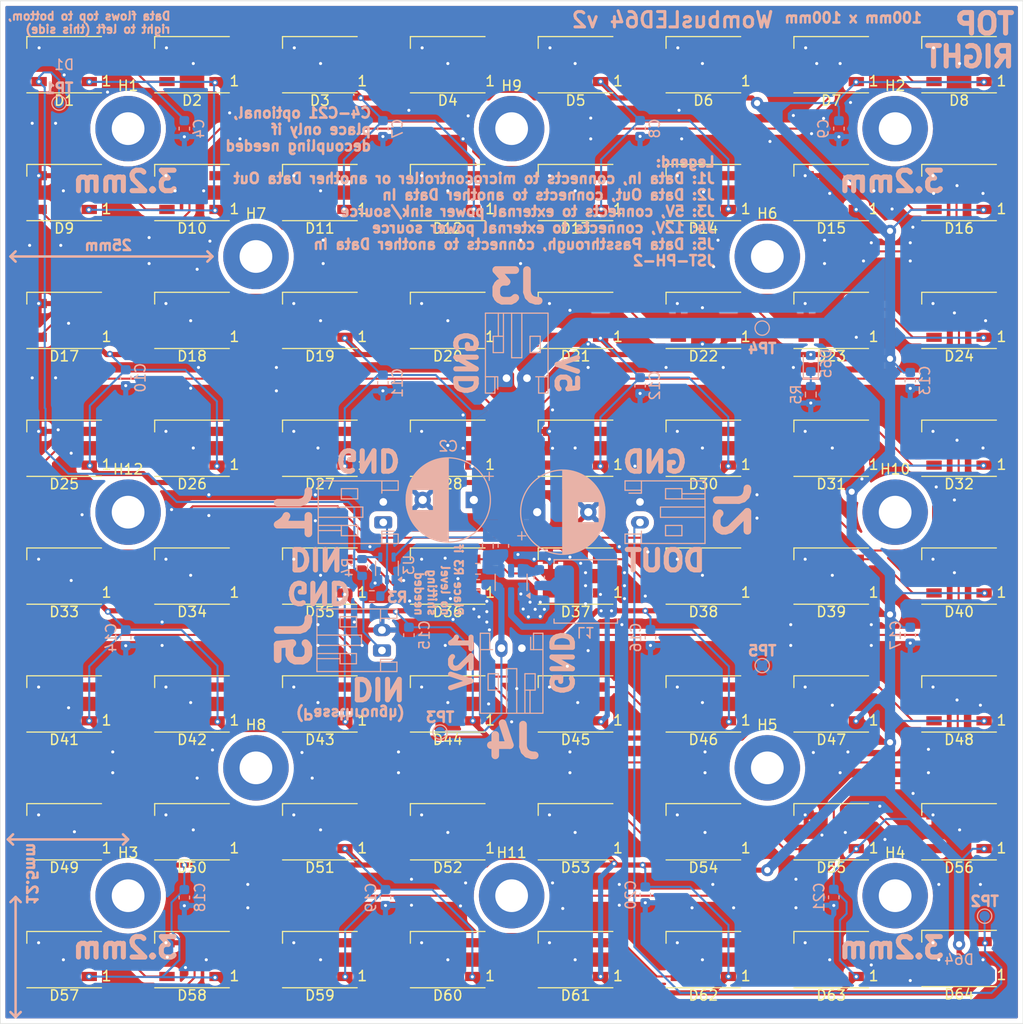
<source format=kicad_pcb>
(kicad_pcb (version 20240108) (generator "pcbnew") (generator_version "8.0")
  (layers (0 "F.Cu" signal) (31 "B.Cu" signal) (34 "B.Paste" user) (35 "F.Paste" user) (36 "B.SilkS" user "B.Silkscreen") (37 "F.SilkS" user "F.Silkscreen") (38 "B.Mask" user) (39 "F.Mask" user) (44 "Edge.Cuts" user))
  (net 0 "")
  (net 1 "GND")
  (net 2 "+5V")
  (net 3 "Net-(D1-DOUT)")
  (net 4 "Net-(D1-DIN)")
  (net 5 "Net-(D2-DOUT)")
  (net 6 "Net-(D3-DOUT)")
  (net 7 "Net-(D4-DOUT)")
  (net 8 "Net-(D5-DOUT)")
  (net 9 "Net-(D6-DOUT)")
  (net 10 "Net-(D7-DOUT)")
  (net 11 "Net-(D8-DOUT)")
  (net 12 "Net-(D10-DIN)")
  (net 13 "Net-(D10-DOUT)")
  (net 14 "Net-(D11-DOUT)")
  (net 15 "Net-(D12-DOUT)")
  (net 16 "Net-(D13-DOUT)")
  (net 17 "Net-(D14-DOUT)")
  (net 18 "Net-(D15-DOUT)")
  (net 19 "Net-(D16-DOUT)")
  (net 20 "Net-(D17-DOUT)")
  (net 21 "Net-(D18-DOUT)")
  (net 22 "Net-(D19-DOUT)")
  (net 23 "Net-(D20-DOUT)")
  (net 24 "Net-(D21-DOUT)")
  (net 25 "Net-(D22-DOUT)")
  (net 26 "Net-(D23-DOUT)")
  (net 27 "Net-(D24-DOUT)")
  (net 28 "Net-(D25-DOUT)")
  (net 29 "Net-(D26-DOUT)")
  (net 30 "Net-(D27-DOUT)")
  (net 31 "Net-(D28-DOUT)")
  (net 32 "Net-(D29-DOUT)")
  (net 33 "Net-(D30-DOUT)")
  (net 34 "Net-(D31-DOUT)")
  (net 35 "Net-(D32-DOUT)")
  (net 36 "Net-(D33-DOUT)")
  (net 37 "Net-(D34-DOUT)")
  (net 38 "Net-(D35-DOUT)")
  (net 39 "Net-(D36-DOUT)")
  (net 40 "Net-(D37-DOUT)")
  (net 41 "Net-(D38-DOUT)")
  (net 42 "Net-(D39-DOUT)")
  (net 43 "Net-(D40-DOUT)")
  (net 44 "Net-(D41-DOUT)")
  (net 45 "Net-(D42-DOUT)")
  (net 46 "Net-(D43-DOUT)")
  (net 47 "Net-(D44-DOUT)")
  (net 48 "Net-(D45-DOUT)")
  (net 49 "Net-(D46-DOUT)")
  (net 50 "Net-(D47-DOUT)")
  (net 51 "Net-(D48-DOUT)")
  (net 52 "Net-(D49-DOUT)")
  (net 53 "Net-(D50-DOUT)")
  (net 54 "Net-(D51-DOUT)")
  (net 55 "Net-(D52-DOUT)")
  (net 56 "Net-(D53-DOUT)")
  (net 57 "Net-(D54-DOUT)")
  (net 58 "Net-(D55-DOUT)")
  (net 59 "Net-(D56-DOUT)")
  (net 60 "Net-(D57-DOUT)")
  (net 61 "Net-(D58-DOUT)")
  (net 62 "Net-(D59-DOUT)")
  (net 63 "Net-(D60-DOUT)")
  (net 64 "Net-(D61-DOUT)")
  (net 65 "Net-(D62-DOUT)")
  (net 66 "Net-(D63-DOUT)")
  (net 67 "Net-(D64-DOUT)")
  (net 68 "+12V")
  (net 69 "PWR_EN")
  (net 70 "Net-(U1-FB)")
  (net 71 "Net-(U1-BST)")
  (net 72 "Net-(U1-SW)")
  (net 73 "Net-(J1-Pin_1)")
  (net 74 "Net-(R4-Pad1)")
  (net 75 "Net-(D65-K)")
  (footprint "LED_SMD:LED_WS2812B_PLCC4_5.0x5.0mm_P3.2mm" (layer "F.Cu") (at 181.25 143.75 180)
    (property "Reference" "D63")
    (property "Value" "WS2812B")
  )
  (footprint "LED_SMD:LED_WS2812B_PLCC4_5.0x5.0mm_P3.2mm" (layer "F.Cu") (at 131.25 68.75 180)
    (property "Reference" "D11")
    (property "Value" "WS2812B")
  )
  (footprint "MountingHole:MountingHole_3.2mm_M3_Pad" (layer "F.Cu") (at 112.5 62.5)
    (property "Reference" "H1")
    (property "Value" "MountingHole")
  )
  (footprint "LED_SMD:LED_WS2812B_PLCC4_5.0x5.0mm_P3.2mm" (layer "F.Cu") (at 181.25 118.75 180)
    (property "Reference" "D47")
    (property "Value" "WS2812B")
  )
  (footprint "LED_SMD:LED_WS2812B_PLCC4_5.0x5.0mm_P3.2mm" (layer "F.Cu") (at 156.25 93.75 180)
    (property "Reference" "D29")
    (property "Value" "WS2812B")
  )
  (footprint "LED_SMD:LED_WS2812B_PLCC4_5.0x5.0mm_P3.2mm" (layer "F.Cu") (at 143.75 56.25 180)
    (property "Reference" "D4")
    (property "Value" "WS2812B")
  )
  (footprint "LED_SMD:LED_WS2812B_PLCC4_5.0x5.0mm_P3.2mm" (layer "F.Cu") (at 193.75 81.25 180)
    (property "Reference" "D24")
    (property "Value" "WS2812B")
  )
  (footprint "LED_SMD:LED_WS2812B_PLCC4_5.0x5.0mm_P3.2mm" (layer "F.Cu") (at 131.25 93.75 180)
    (property "Reference" "D27")
    (property "Value" "WS2812B")
  )
  (footprint "LED_SMD:LED_WS2812B_PLCC4_5.0x5.0mm_P3.2mm" (layer "F.Cu") (at 143.75 118.75 180)
    (property "Reference" "D44")
    (property "Value" "WS2812B")
  )
  (footprint "LED_SMD:LED_WS2812B_PLCC4_5.0x5.0mm_P3.2mm" (layer "F.Cu") (at 193.75 56.25 180)
    (property "Reference" "D8")
    (property "Value" "WS2812B")
  )
  (footprint "LED_SMD:LED_WS2812B_PLCC4_5.0x5.0mm_P3.2mm" (layer "F.Cu") (at 193.75 131.25 180)
    (property "Reference" "D56")
    (property "Value" "WS2812B")
  )
  (footprint "MountingHole:MountingHole_3.2mm_M3_Pad" (layer "F.Cu") (at 175 75)
    (property "Reference" "H6")
    (property "Value" "MountingHole")
  )
  (footprint "LED_SMD:LED_WS2812B_PLCC4_5.0x5.0mm_P3.2mm" (layer "F.Cu") (at 106.25 68.75 180)
    (property "Reference" "D9")
    (property "Value" "WS2812B")
  )
  (footprint "MountingHole:MountingHole_3.2mm_M3_Pad" (layer "F.Cu") (at 112.5 100)
    (property "Reference" "H12")
    (property "Value" "MountingHole")
  )
  (footprint "LED_SMD:LED_WS2812B_PLCC4_5.0x5.0mm_P3.2mm" (layer "F.Cu") (at 156.25 81.25 180)
    (property "Reference" "D21")
    (property "Value" "WS2812B")
  )
  (footprint "MountingHole:MountingHole_3.2mm_M3_Pad" (layer "F.Cu") (at 150 62.5)
    (property "Reference" "H9")
    (property "Value" "MountingHole")
  )
  (footprint "LED_SMD:LED_WS2812B_PLCC4_5.0x5.0mm_P3.2mm" (layer "F.Cu") (at 193.75 118.75 180)
    (property "Reference" "D48")
    (property "Value" "WS2812B")
  )
  (footprint "LED_SMD:LED_WS2812B_PLCC4_5.0x5.0mm_P3.2mm" (layer "F.Cu") (at 131.25 143.75 180)
    (property "Reference" "D59")
    (property "Value" "WS2812B")
  )
  (footprint "LED_SMD:LED_WS2812B_PLCC4_5.0x5.0mm_P3.2mm" (layer "F.Cu") (at 193.75 143.638 180)
    (property "Reference" "D64")
    (property "Value" "WS2812B")
  )
  (footprint "LED_SMD:LED_WS2812B_PLCC4_5.0x5.0mm_P3.2mm" (layer "F.Cu") (at 131.25 106.25 180)
    (property "Reference" "D35")
    (property "Value" "WS2812B")
  )
  (footprint "LED_SMD:LED_WS2812B_PLCC4_5.0x5.0mm_P3.2mm" (layer "F.Cu") (at 168.75 118.75 180)
    (property "Reference" "D46")
    (property "Value" "WS2812B")
  )
  (footprint "LED_SMD:LED_WS2812B_PLCC4_5.0x5.0mm_P3.2mm" (layer "F.Cu") (at 106.25 131.25 180)
    (property "Reference" "D49")
    (property "Value" "WS2812B")
  )
  (footprint "MountingHole:MountingHole_3.2mm_M3_Pad" (layer "F.Cu") (at 175 125)
    (property "Reference" "H5")
    (property "Value" "MountingHole")
  )
  (footprint "LED_SMD:LED_WS2812B_PLCC4_5.0x5.0mm_P3.2mm" (layer "F.Cu") (at 118.75 93.75 180)
    (property "Reference" "D26")
    (property "Value" "WS2812B")
  )
  (footprint "LED_SMD:LED_WS2812B_PLCC4_5.0x5.0mm_P3.2mm" (layer "F.Cu") (at 143.75 68.75 180)
    (property "Reference" "D12")
    (property "Value" "WS2812B")
  )
  (footprint "LED_SMD:LED_WS2812B_PLCC4_5.0x5.0mm_P3.2mm" (layer "F.Cu") (at 168.75 81.25 180)
    (property "Reference" "D22")
    (property "Value" "WS2812B")
  )
  (footprint "LED_SMD:LED_WS2812B_PLCC4_5.0x5.0mm_P3.2mm" (layer "F.Cu") (at 193.75 106.25 180)
    (property "Reference" "D40")
    (property "Value" "WS2812B")
  )
  (footprint "LED_SMD:LED_WS2812B_PLCC4_5.0x5.0mm_P3.2mm" (layer "F.Cu") (at 118.75 68.75 180)
    (property "Reference" "D10")
    (property "Value" "WS2812B")
  )
  (footprint "LED_SMD:LED_WS2812B_PLCC4_5.0x5.0mm_P3.2mm" (layer "F.Cu") (at 156.25 131.25 180)
    (property "Reference" "D53")
    (property "Value" "WS2812B")
  )
  (footprint "LED_SMD:LED_WS2812B_PLCC4_5.0x5.0mm_P3.2mm" (layer "F.Cu") (at 143.75 143.75 180)
    (property "Reference" "D60")
    (property "Value" "WS2812B")
  )
  (footprint "LED_SMD:LED_WS2812B_PLCC4_5.0x5.0mm_P3.2mm" (layer "F.Cu") (at 156.25 106.25 180)
    (property "Reference" "D37")
    (property "Value" "WS2812B")
  )
  (footprint "LED_SMD:LED_WS2812B_PLCC4_5.0x5.0mm_P3.2mm" (layer "F.Cu") (at 168.75 56.25 180)
    (property "Reference" "D6")
    (property "Value" "WS2812B")
  )
  (footprint "LED_SMD:LED_WS2812B_PLCC4_5.0x5.0mm_P3.2mm" (layer "F.Cu") (at 131.25 131.25 180)
    (property "Reference" "D51")
    (property "Value" "WS2812B")
  )
  (footprint "LED_SMD:LED_WS2812B_PLCC4_5.0x5.0mm_P3.2mm" (layer "F.Cu") (at 106.25 118.75 180)
    (property "Reference" "D41")
    (property "Value" "WS2812B")
  )
  (footprint "LED_SMD:LED_WS2812B_PLCC4_5.0x5.0mm_P3.2mm" (layer "F.Cu") (at 156.25 143.75 180)
    (property "Reference" "D61")
    (property "Value" "WS2812B")
  )
  (footprint "LED_SMD:LED_WS2812B_PLCC4_5.0x5.0mm_P3.2mm" (layer "F.Cu") (at 193.75 93.75 180)
    (property "Reference" "D32")
    (property "Value" "WS2812B")
  )
  (footprint "LED_SMD:LED_WS2812B_PLCC4_5.0x5.0mm_P3.2mm" (layer "F.Cu") (at 168.75 93.75 180)
    (property "Reference" "D30")
    (property "Value" "WS2812B")
  )
  (footprint "MountingHole:MountingHole_3.2mm_M3_Pad" (layer "F.Cu") (at 187.5 62.5)
    (property "Reference" "H2")
    (property "Value" "MountingHole")
  )
  (footprint "LED_SMD:LED_WS2812B_PLCC4_5.0x5.0mm_P3.2mm" (layer "F.Cu") (at 181.25 131.25 180)
    (property "Reference" "D55")
    (property "Value" "WS2812B")
  )
  (footprint "LED_SMD:LED_WS2812B_PLCC4_5.0x5.0mm_P3.2mm" (layer "F.Cu") (at 106.25 56.25 180)
    (property "Reference" "D1")
    (property "Value" "WS2812B")
  )
  (footprint "LED_SMD:LED_WS2812B_PLCC4_5.0x5.0mm_P3.2mm" (layer "F.Cu") (at 193.75 68.75 180)
    (property "Reference" "D16")
    (property "Value" "WS2812B")
  )
  (footprint "LED_SMD:LED_WS2812B_PLCC4_5.0x5.0mm_P3.2mm" (layer "F.Cu") (at 168.75 131.25 180)
    (property "Reference" "D54")
    (property "Value" "WS2812B")
  )
  (footprint "LED_SMD:LED_WS2812B_PLCC4_5.0x5.0mm_P3.2mm" (layer "F.Cu") (at 156.25 56.25 180)
    (property "Reference" "D5")
    (property "Value" "WS2812B")
  )
  (footprint "MountingHole:MountingHole_3.2mm_M3_Pad" (layer "F.Cu") (at 125 125)
    (property "Reference" "H8")
    (property "Value" "MountingHole")
  )
  (footprint "LED_SMD:LED_WS2812B_PLCC4_5.0x5.0mm_P3.2mm" (layer "F.Cu") (at 131.25 81.25 180)
    (property "Reference" "D19")
    (property "Value" "WS2812B")
  )
  (footprint "LED_SMD:LED_WS2812B_PLCC4_5.0x5.0mm_P3.2mm" (layer "F.Cu") (at 181.25 93.75 180)
    (property "Reference" "D31")
    (property "Value" "WS2812B")
  )
  (footprint "LED_SMD:LED_WS2812B_PLCC4_5.0x5.0mm_P3.2mm" (layer "F.Cu") (at 118.75 143.75 180)
    (property "Reference" "D58")
    (property "Value" "WS2812B")
  )
  (footprint "MountingHole:MountingHole_3.2mm_M3_Pad" (layer "F.Cu") (at 112.5 137.5)
    (property "Reference" "H3")
    (property "Value" "MountingHole")
  )
  (footprint "MountingHole:MountingHole_3.2mm_M3_Pad" (layer "F.Cu") (at 150 137.5)
    (property "Reference" "H11")
    (property "Value" "MountingHole")
  )
  (footprint "MountingHole:MountingHole_3.2mm_M3_Pad" (layer "F.Cu") (at 187.5 100)
    (property "Reference" "H10")
    (property "Value" "MountingHole")
  )
  (footprint "LED_SMD:LED_WS2812B_PLCC4_5.0x5.0mm_P3.2mm" (layer "F.Cu") (at 106.25 93.75 180)
    (property "Reference" "D25")
    (property "Value" "WS2812B")
  )
  (footprint "LED_SMD:LED_WS2812B_PLCC4_5.0x5.0mm_P3.2mm" (layer "F.Cu") (at 168.75 143.75 180)
    (property "Reference" "D62")
    (property "Value" "WS2812B")
  )
  (footprint "LED_SMD:LED_WS2812B_PLCC4_5.0x5.0mm_P3.2mm" (layer "F.Cu") (at 118.75 131.25 180)
    (property "Reference" "D50")
    (property "Value" "WS2812B")
  )
  (footprint "MountingHole:MountingHole_3.2mm_M3_Pad" (layer "F.Cu") (at 125 75)
    (property "Reference" "H7")
    (property "Value" "MountingHole")
  )
  (footprint "LED_SMD:LED_WS2812B_PLCC4_5.0x5.0mm_P3.2mm" (layer "F.Cu") (at 131.25 56.25 180)
    (property "Reference" "D3")
    (property "Value" "WS2812B")
  )
  (footprint "LED_SMD:LED_WS2812B_PLCC4_5.0x5.0mm_P3.2mm" (layer "F.Cu") (at 181.25 56.25 180)
    (property "Reference" "D7")
    (property "Value" "WS2812B")
  )
  (footprint "MountingHole:MountingHole_3.2mm_M3_Pad" (layer "F.Cu") (at 187.5 137.5)
    (property "Reference" "H4")
    (property "Value" "MountingHole")
  )
  (footprint "LED_SMD:LED_WS2812B_PLCC4_5.0x5.0mm_P3.2mm" (layer "F.Cu") (at 168.75 106.25 180)
    (property "Reference" "D38")
    (property "Value" "WS2812B")
  )
  (footprint "LED_SMD:LED_WS2812B_PLCC4_5.0x5.0mm_P3.2mm" (layer "F.Cu") (at 156.25 118.75 180)
    (property "Reference" "D45")
    (property "Value" "WS2812B")
  )
  (footprint "LED_SMD:LED_WS2812B_PLCC4_5.0x5.0mm_P3.2mm" (layer "F.Cu") (at 118.75 106.25 180)
    (property "Reference" "D34")
    (property "Value" "WS2812B")
  )
  (footprint "LED_SMD:LED_WS2812B_PLCC4_5.0x5.0mm_P3.2mm" (layer "F.Cu") (at 143.75 81.25 180)
    (property "Reference" "D20")
    (property "Value" "WS2812B")
  )
  (footprint "LED_SMD:LED_WS2812B_PLCC4_5.0x5.0mm_P3.2mm" (layer "F.Cu") (at 181.25 68.75 180)
    (property "Reference" "D15")
    (property "Value" "WS2812B")
  )
  (footprint "LED_SMD:LED_WS2812B_PLCC4_5.0x5.0mm_P3.2mm" (layer "F.Cu") (at 143.75 93.75 180)
    (property "Reference" "D28")
    (property "Value" "WS2812B")
  )
  (footprint "LED_SMD:LED_WS2812B_PLCC4_5.0x5.0mm_P3.2mm" (layer "F.Cu") (at 131.25 118.75 180)
    (property "Reference" "D43")
    (property "Value" "WS2812B")
  )
  (footprint "LED_SMD:LED_WS2812B_PLCC4_5.0x5.0mm_P3.2mm" (layer "F.Cu") (at 181.25 81.25 180)
    (property "Reference" "D23")
    (property "Value" "WS2812B")
  )
  (footprint "LED_SMD:LED_WS2812B_PLCC4_5.0x5.0mm_P3.2mm" (layer "F.Cu") (at 143.75 131.25 180)
    (property "Reference" "D52")
    (property "Value" "WS2812B")
  )
  (footprint "LED_SMD:LED_WS2812B_PLCC4_5.0x5.0mm_P3.2mm" (layer "F.Cu") (at 168.75 68.75 180)
    (property "Reference" "D14")
    (property "Value" "WS2812B")
  )
  (footprint "LED_SMD:LED_WS2812B_PLCC4_5.0x5.0mm_P3.2mm" (layer "F.Cu") (at 156.25 68.75 180)
    (property "Reference" "D13")
    (property "Value" "WS2812B")
  )
  (footprint "LED_SMD:LED_WS2812B_PLCC4_5.0x5.0mm_P3.2mm" (layer "F.Cu") (at 118.75 56.25 180)
    (property "Reference" "D2")
    (property "Value" "WS2812B")
  )
  (footprint "LED_SMD:LED_WS2812B_PLCC4_5.0x5.0mm_P3.2mm" (layer "F.Cu") (at 181.25 106.25 180)
    (property "Reference" "D39")
    (property "Value" "WS2812B")
  )
  (footprint "LED_SMD:LED_WS2812B_PLCC4_5.0x5.0mm_P3.2mm" (layer "F.Cu") (at 106.25 106.25 180)
    (property "Reference" "D33")
    (property "Value" "WS2812B")
  )
  (footprint "LED_SMD:LED_WS2812B_PLCC4_5.0x5.0mm_P3.2mm" (layer "F.Cu") (at 106.25 143.75 180)
    (property "Reference" "D57")
    (property "Value" "WS2812B")
  )
  (footprint "LED_SMD:LED_WS2812B_PLCC4_5.0x5.0mm_P3.2mm" (layer "F.Cu") (at 118.75 81.25 180)
    (property "Reference" "D18")
    (property "Value" "WS2812B")
  )
  (footprint "LED_SMD:LED_WS2812B_PLCC4_5.0x5.0mm_P3.2mm" (layer "F.Cu") (at 106.25 81.25 180)
    (property "Reference" "D17")
    (property "Value" "WS2812B")
  )
  (footprint "LED_SMD:LED_WS2812B_PLCC4_5.0x5.0mm_P3.2mm" (layer "F.Cu") (at 143.75 106.25 180)
    (property "Reference" "D36")
    (property "Value" "WS2812B")
  )
  (footprint "LED_SMD:LED_WS2812B_PLCC4_5.0x5.0mm_P3.2mm" (layer "F.Cu") (at 118.75 118.75 180)
    (property "Reference" "D42")
    (property "Value" "WS2812B")
  )
  (footprint "TestPoint:TestPoint_Pad_D1.0mm" (layer "B.Cu") (at 174.5 115 180)
    (property "Reference" "TP5")
    (property "Value" "TestPoint")
  )
  (footprint "Capacitor_SMD:C_0603_1608Metric" (layer "B.Cu") (at 112.268 86.855 90)
    (property "Reference" "C10")
    (property "Value" "0.1μF")
  )
  (footprint "Capacitor_SMD:C_0603_1608Metric" (layer "B.Cu") (at 188.976 112.027 -90)
    (property "Reference" "C17")
    (property "Value" "0.1μF")
  )
  (footprint "Resistor_SMD:R_0603_1608Metric" (layer "B.Cu") (at 146.715463 105.540187 180)
    (property "Reference" "R2" (hide yes))
    (property "Value" "10kΩ")
  )
  (footprint "TestPoint:TestPoint_Pad_D1.0mm" (layer "B.Cu") (at 105.75 60 180)
    (property "Reference" "TP1")
    (property "Value" "TestPoint")
  )
  (footprint "Connector_JST:JST_PH_S2B-PH-K_1x02_P2.00mm_Horizontal" (layer "B.Cu") (at 149.5 86.9)
    (property "Reference" "J3")
    (property "Value" "Conn_01x02_Pin")
  )
  (footprint "Capacitor_SMD:C_0603_1608Metric" (layer "B.Cu") (at 137.414 62.497 90)
    (property "Reference" "C7")
    (property "Value" "0.1μF")
  )
  (footprint "Connector_JST:JST_PH_S2B-PH-K_1x02_P2.00mm_Horizontal" (layer "B.Cu") (at 162.55 99 -90)
    (property "Reference" "J2")
    (property "Value" "Conn_01x02_Pin")
  )
  (footprint "Capacitor_SMD:C_0603_1608Metric" (layer "B.Cu") (at 188.976 87.122 90)
    (property "Reference" "C13")
    (property "Value" "0.1μF")
  )
  (footprint "Inductor_SMD:L_TDK_VLS6045EX_VLS6045AF" (layer "B.Cu") (at 157.25 107.75)
    (property "Reference" "L1")
    (property "Value" "3.3μH, 5A")
  )
  (footprint "Capacitor_SMD:C_0603_1608Metric" (layer "B.Cu") (at 162.56 87.617 90)
    (property "Reference" "C12")
    (property "Value" "0.1μF")
  )
  (footprint "TestPoint:TestPoint_Pad_D1.0mm" (layer "B.Cu") (at 143 121.5 180)
    (property "Reference" "TP3")
    (property "Value" "TestPoint")
  )
  (footprint "TestPoint:TestPoint_Pad_D1.0mm" (layer "B.Cu") (at 174.5 82 180)
    (property "Reference" "TP4")
    (property "Value" "TestPoint")
  )
  (footprint "Diode_SMD:D_0603_1608Metric" (layer "B.Cu") (at 179.25 85.4625 90)
    (property "Reference" "D65")
    (property "Value" "B1911B")
  )
  (footprint "Capacitor_SMD:C_0603_1608Metric" (layer "B.Cu") (at 118 137.681 -90)
    (property "Reference" "C18")
    (property "Value" "0.1μF")
  )
  (footprint "Capacitor_SMD:C_0603_1608Metric" (layer "B.Cu") (at 163.068 137.414 -90)
    (property "Reference" "C20")
    (property "Value" "0.1μF")
  )
  (footprint "Capacitor_THT:CP_Radial_D8.0mm_P5.00mm" (layer "B.Cu") (at 152.5 100)
    (property "Reference" "C3" (hide yes))
    (property "Value" "TBDuF")
  )
  (footprint "TestPoint:TestPoint_Pad_D1.0mm" (layer "B.Cu") (at 196.25 139.5 180)
    (property "Reference" "TP2")
    (property "Value" "TestPoint")
  )
  (footprint "Capacitor_SMD:C_0603_1608Metric" (layer "B.Cu") (at 137.414 87.363 90)
    (property "Reference" "C11")
    (property "Value" "0.1μF")
  )
  (footprint "Connector_JST:JST_PH_S2B-PH-K_1x02_P2.00mm_Horizontal" (layer "B.Cu") (at 137.324 113.522 90)
    (property "Reference" "J5")
    (property "Value" "Conn_01x02_Pin")
  )
  (footprint "Capacitor_SMD:C_0603_1608Metric" (layer "B.Cu") (at 137.668 137.681 -90)
    (property "Reference" "C19")
    (property "Value" "0.1μF")
  )
  (footprint "Package_TO_SOT_SMD:Texas_R-PDSO-G5_DCK-5" (layer "B.Cu") (at 137.81 105.494 90)
    (property "Reference" "U3")
    (property "Value" "SN74LVC1G125DCK")
  )
  (footprint "Connector_JST:JST_PH_S2B-PH-K_1x02_P2.00mm_Horizontal" (layer "B.Cu") (at 151 113.3 180)
    (property "Reference" "J4")
    (property "Value" "Conn_01x02_Pin")
  )
  (footprint "Capacitor_THT:CP_Radial_D8.0mm_P5.00mm" (layer "B.Cu") (at 146.304 98.806 180)
    (property "Reference" "C2")
    (property "Value" "TBDuF")
  )
  (footprint "Capacitor_SMD:C_0603_1608Metric" (layer "B.Cu") (at 152.7 106.4 90)
    (property "Reference" "C6" (hide yes))
    (property "Value" "TBD")
  )
  (footprint "Resistor_SMD:R_0603_1608Metric" (layer "B.Cu") (at 135.382 105.41 -90)
    (property "Reference" "R4")
    (property "Value" "100Ω")
  )
  (footprint "Capacitor_SMD:C_0603_1608Metric" (layer "B.Cu") (at 182 62.5 90)
    (property "Reference" "C9")
    (property "Value" "0.1μF")
  )
  (footprint "Capacitor_SMD:C_0603_1608Metric" (layer "B.Cu") (at 112.268 112.281 -90)
    (property "Reference" "C14")
    (property "Value" "0.1μF")
  )
  (footprint "Resistor_SMD:R_0603_1608Metric" (layer "B.Cu") (at 147.671775 103.288643 -90)
    (property "Reference" "R1" (hide yes))
    (property "Value" "52.3Ω")
  )
  (footprint "Capacitor_SMD:C_0603_1608Metric" (layer "B.Cu") (at 163.576 112.255 -90)
    (property "Reference" "C16")
    (property "Value" "0.1μF")
  )
  (footprint "Capacitor_SMD:C_0603_1608Metric" (layer "B.Cu") (at 181.5 137.655 -90)
    (property "Reference" "C21")
    (property "Value" "0.1μF")
  )
  (footprint "Connector_JST:JST_PH_S2B-PH-K_1x02_P2.00mm_Horizontal" (layer "B.Cu") (at 137.45 101 90)
    (property "Reference" "J1")
    (property "Value" "Conn_01x02_Pin")
  )
  (footprint "Resistor_SMD:R_0603_1608Metric" (layer "B.Cu") (at 136.335 108.204 180)
    (property "Reference" "R3")
    (property "Value" "0Ω")
  )
  (footprint "Capacitor_SMD:C_0603_1608Metric" (layer "B.Cu") (at 162.56 62.484 90)
    (property "Reference" "C8")
    (property "Value" "0.1μF")
  )
  (footprint "Capacitor_SMD:C_0603_1608Metric" (layer "B.Cu") (at 149.191583 103.293291 -90)
    (property "Reference" "C5" (hide yes))
    (property "Value" "TBD")
  )
  (footprint "Capacitor_SMD:C_0603_1608Metric" (layer "B.Cu") (at 139.954 112.027 -90)
    (property "Reference" "C15")
    (property "Value" "0.1μF")
  )
  (footprint "Package_TO_SOT_SMD:TSOT-23-6" (layer "B.Cu") (at 149.95 106.8625 90)
    (property "Reference" "U1" (hide yes))
    (property "Value" "AP62401WU")
  )
  (footprint "Capacitor_SMD:C_0603_1608Metric" (layer "B.Cu") (at 118 62.497 90)
    (property "Reference" "C4")
    (property "Value" "0.1μF")
  )
  (footprint "Capacitor_SMD:C_0603_1608Metric" (layer "B.Cu") (at 146.725 107.1 180)
    (property "Reference" "C1" (hide yes))
    (property "Value" "TBD")
  )
  (footprint "Resistor_SMD:R_0603_1608Metric" (layer "B.Cu") (at 179.25 88.5 -90)
    (property "Reference" "R5")
    (property "Value" "10kΩ")
  )
  (gr_line (start 101 138.125) (end 101.5 137.625) (stroke (width 0.25)) (layer "B.SilkS"))
  (gr_line (start 101.5 149.375) (end 101 148.875) (stroke (width 0.1)) (layer "B.SilkS"))
  (gr_line (start 100.75 132) (end 101.25 132.5) (stroke (width 0.25)) (layer "B.SilkS"))
  (gr_line (start 112 131.5) (end 112.5 132) (stroke (width 0.25)) (layer "B.SilkS"))
  (gr_line (start 101.5 74.5) (end 101 75) (stroke (width 0.25)) (layer "B.SilkS"))
  (gr_line (start 101.5 137.625) (end 101 138.125) (stroke (width 0.1)) (layer "B.SilkS"))
  (gr_line (start 101.5 137.625) (end 102 138.125) (stroke (width 0.25)) (layer "B.SilkS"))
  (gr_line (start 101.25 131.5) (end 100.75 132) (stroke (width 0.25)) (layer "B.SilkS"))
  (gr_line (start 101.5 149.375) (end 101.5 137.625) (stroke (width 0.25)) (layer "B.SilkS"))
  (gr_line (start 112.5 132) (end 112 132.5) (stroke (width 0.25)) (layer "B.SilkS"))
  (gr_line (start 101 75) (end 120.75 75) (stroke (width 0.25)) (layer "B.SilkS"))
  (gr_line (start 100.75 132) (end 112.5 132) (stroke (width 0.25)) (layer "B.SilkS"))
  (gr_line (start 101 75) (end 101.5 75.5) (stroke (width 0.25)) (layer "B.SilkS"))
  (gr_line (start 120.25 74.5) (end 120.75 75) (stroke (width 0.25)) (layer "B.SilkS"))
  (gr_line (start 120.75 75) (end 120.25 75.5) (stroke (width 0.25)) (layer "B.SilkS"))
  (gr_line (start 112.5 132) (end 112 131.5) (stroke (width 0.1)) (layer "B.SilkS"))
  (gr_line (start 101.5 149.375) (end 102 148.875) (stroke (width 0.25)) (layer "B.SilkS"))
  (gr_line (start 100.75 132) (end 101.25 131.5) (stroke (width 0.1)) (layer "B.SilkS"))
  (gr_line (start 101 148.875) (end 101.5 149.375) (stroke (width 0.25)) (layer "B.SilkS"))
  (gr_rect (start 100 50) (end 200 150) (stroke (width 0.05)) (fill none) (layer "Edge.Cuts"))
  (gr_text "25mm" (at 113 74.5 0) (layer "B.SilkS") (effects (font (size 1 1) (thickness 0.25) (bold yes)) (justify left bottom mirror)))
  (gr_text "3.2mm" (at 117.602 143.764 0) (layer "B.SilkS") (effects (font (size 2 2) (thickness 0.5) (bold yes)) (justify left bottom mirror)))
  (gr_text "12V" (at 146.304 111.506 90) (layer "B.SilkS") (effects (font (size 2 2) (thickness 0.5) (bold yes)) (justify left bottom mirror)))
  (gr_text "D64" (at 193.75 143.75 0) (layer "B.SilkS") (effects (font (size 1 1)) (justify mirror)))
  (gr_text "GND" (at 153.67 118.11 270) (layer "B.SilkS") (effects (font (size 2 2) (thickness 0.5) (bold yes)) (justify left bottom mirror)))
  (gr_text "(Passthrough)" (at 128.778 119.126 180) (layer "B.SilkS") (effects (font (size 1 1) (thickness 0.25) (bold yes)) (justify left bottom mirror)))
  (gr_text "5V" (at 154.178 88.646 270) (layer "B.SilkS") (effects (font (size 2 2) (thickness 0.5) (bold yes)) (justify left bottom mirror)))
  (gr_text "GND" (at 167.386 96.266 0) (layer "B.SilkS") (effects (font (size 2 2) (thickness 0.5) (bold yes)) (justify left bottom mirror)))
  (gr_text "3.2mm" (at 117.602 68.834 0) (layer "B.SilkS") (effects (font (size 2 2) (thickness 0.5) (bold yes)) (justify left bottom mirror)))
  (gr_text "DOUT" (at 169.164 105.918 0) (layer "B.SilkS") (effects (font (size 2 2) (thickness 0.5) (bold yes)) (justify left bottom mirror)))
  (gr_text "12.5mm" (at 102.5 138.5 270) (layer "B.SilkS") (effects (font (size 1 1) (thickness 0.25) (bold yes)) (justify left bottom mirror)))
  (gr_text "GND" (at 127.762 106.68 180) (layer "B.SilkS") (effects (font (size 2 2) (thickness 0.5) (bold yes)) (justify left bottom mirror)))
  (gr_text "GND" (at 132.588 93.726 180) (layer "B.SilkS") (effects (font (size 2 2) (thickness 0.5) (bold yes)) (justify left bottom mirror)))
  (gr_text "3.2mm" (at 192.532 143.764 0) (layer "B.SilkS") (effects (font (size 2 2) (thickness 0.5) (bold yes)) (justify left bottom mirror)))
  (gr_text "C4-C21 optional,\nplace only if\ndecoupling needed" (at 136.398 64.77 0) (layer "B.SilkS") (effects (font (size 1 1) (thickness 0.25) (bold yes)) (justify left bottom mirror)))
  (gr_text "100mm x 100mm" (at 190.25 52.25 0) (layer "B.SilkS") (effects (font (size 1 1) (thickness 0.25) (bold yes)) (justify left bottom mirror)))
  (gr_text "Data flows top to bottom,\nright to left (this side)" (at 116.75 53.25 0) (layer "B.SilkS") (effects (font (size 0.8 0.8) (thickness 0.2) (bold yes)) (justify left bottom mirror)))
  (gr_text "WombusLED64 v2" (at 175.75 52.75 0) (layer "B.SilkS") (effects (font (size 1.5 1.5) (thickness 0.3) (bold yes)) (justify left bottom mirror)))
  (gr_text "DIN" (at 128.016 103.378 180) (layer "B.SilkS") (effects (font (size 2 2) (thickness 0.5) (bold yes)) (justify left bottom mirror)))
  (gr_text "D1" (at 106.25 56.25 0) (layer "B.SilkS") (effects (font (size 1 1)) (justify mirror)))
  (gr_text "Place R3 if\nno level\nshifting\nneeded" (at 140.462 110.236 270) (layer "B.SilkS") (effects (font (size 0.8 0.8) (thickness 0.2) (bold yes)) (justify left bottom mirror)))
  (gr_text "DIN" (at 134.112 116.078 180) (layer "B.SilkS") (effects (font (size 2 2) (thickness 0.5) (bold yes)) (justify left bottom mirror)))
  (gr_text "TOP\nRIGHT" (at 199.39 56.642 0) (layer "B.SilkS") (effects (font (size 2 2) (thickness 0.5) (bold yes)) (justify left bottom mirror)))
  (gr_text "GND" (at 146.812 82.042 90) (layer "B.SilkS") (effects (font (size 2 2) (thickness 0.5) (bold yes)) (justify left bottom mirror)))
  (gr_text "Legend:\nJ1: Data In, connects to microcontroller or another Data Out\nJ2: Data Out, connects to another Data In\nJ3: 5V, connects to external power sink/source\nJ4: 12V, connects to external power source\nJ5: Data Passthrough, connects to another Data In\nJST-PH-2\n" (at 170 76 0) (layer "B.SilkS") (effects (font (size 1 1) (thickness 0.25) (bold yes)) (justify left bottom mirror)))
  (gr_text "3.2mm" (at 192.532 68.834 0) (layer "B.SilkS") (effects (font (size 2 2) (thickness 0.5) (bold yes)) (justify left bottom mirror)))
  (via (at 179.832 56.134) (size 0.6) (drill 0.3) (layers "F.Cu" "B.Cu") (net 1))
  (via (at 157.226 107.188) (size 0.6) (drill 0.3) (layers "F.Cu" "B.Cu") (net 1))
  (via (at 153.7 117.1) (size 0.6) (drill 0.3) (layers "F.Cu" "B.Cu") (net 1))
  (via (at 165.1 85.852) (size 0.6) (drill 0.3) (layers "F.Cu" "B.Cu") (net 1))
  (via (at 156.75 105) (size 0.6) (drill 0.3) (layers "F.Cu" "B.Cu") (net 1))
  (via (at 152.8 110.2) (size 0.6) (drill 0.3) (layers "F.Cu" "B.Cu") (net 1))
  (via (at 180.5 61.5) (size 0.6) (drill 0.3) (layers "F.Cu" "B.Cu") (net 1))
  (via (at 188.976 145.796) (size 0.6) (drill 0.3) (layers "F.Cu" "B.Cu") (net 1))
  (via (at 196.342 81.28) (size 0.6) (drill 0.3) (layers "F.Cu" "B.Cu") (net 1))
  (via (at 150.876 73.406) (size 0.6) (drill 0.3) (layers "F.Cu" "B.Cu") (net 1))
  (via (at 163.068 108.204) (size 0.6) (drill 0.3) (layers "F.Cu" "B.Cu") (net 1))
  (via (at 169.75 76) (size 0.6) (drill 0.3) (layers "F.Cu" "B.Cu") (net 1))
  (via (at 153.7 79.6) (size 0.6) (drill 0.3) (layers "F.Cu" "B.Cu") (net 1))
  (via (at 195.834 118.872) (size 0.6) (drill 0.3) (layers "F.Cu" "B.Cu") (net 1))
  (via (at 185.42 68.58) (size 0.6) (drill 0.3) (layers "F.Cu" "B.Cu") (net 1))
  (via (at 110.998 125.476) (size 0.6) (drill 0.3) (layers "F.Cu" "B.Cu") (net 1))
  (via (at 128.7 129.6) (size 0.6) (drill 0.3) (layers "F.Cu" "B.Cu") (net 1))
  (via (at 154 90) (size 0.6) (drill 0.3) (layers "F.Cu" "B.Cu") (net 1))
  (via (at 162.56 88.392) (size 0.6) (drill 0.3) (layers "F.Cu" "B.Cu") (net 1))
  (via (at 145.75 61.25) (size 0.6) (drill 0.3) (layers "F.Cu" "B.Cu") (net 1))
  (via (at 118 63.297) (size 0.6) (drill 0.3) (layers "F.Cu" "B.Cu") (net 1))
  (via (at 143.764 81.28) (size 0.6) (drill 0.3) (layers "F.Cu" "B.Cu") (net 1))
  (via (at 143.51 113.03) (size 0.6) (drill 0.3) (layers "F.Cu" "B.Cu") (net 1))
  (via (at 157.226 105.918) (size 0.6) (drill 0.3) (layers "F.Cu" "B.Cu") (net 1))
  (via (at 196.088 68.834) (size 0.6) (drill 0.3) (layers "F.Cu" "B.Cu") (net 1))
  (via (at 131.064 93.726) (size 0.6) (drill 0.3) (layers "F.Cu" "B.Cu") (net 1))
  (via (at 128.7 92.1) (size 0.6) (drill 0.3) (layers "F.Cu" "B.Cu") (net 1))
  (via (at 177.292 110.998) (size 0.6) (drill 0.3) (layers "F.Cu" "B.Cu") (net 1))
  (via (at 152.3 109.5) (size 0.6) (drill 0.3) (layers "F.Cu" "B.Cu") (net 1))
  (via (at 138.938 125.476) (size 0.6) (drill 0.3) (layers "F.Cu" "B.Cu") (net 1))
  (via (at 150.5 117.25) (size 0.6) (drill 0.3) (layers "F.Cu" "B.Cu") (net 1))
  (via (at 131.572 73.406) (size 0.6) (drill 0.3) (layers "F.Cu" "B.Cu") (net 1))
  (via (at 119.38 85.852) (size 0.6) (drill 0.3) (layers "F.Cu" "B.Cu") (net 1))
  (via (at 156.21 68.58) (size 0.6) (drill 0.3) (layers "F.Cu" "B.Cu") (net 1))
  (via (at 124.206 138.684) (size 0.6) (drill 0.3) (layers "F.Cu" "B.Cu") (net 1))
  (via (at 163.068 138.189) (size 0.6) (drill 0.3) (layers "F.Cu" "B.Cu") (net 1))
  (via (at 105.664 91.948) (size 0.6) (drill 0.3) (layers "F.Cu" "B.Cu") (net 1))
  (via (at 141.2 142.1) (size 0.6) (drill 0.3) (layers "F.Cu" "B.Cu") (net 1))
  (via (at 182.626 131.318) (size 0.6) (drill 0.3) (layers "F.Cu" "B.Cu") (net 1))
  (via (at 156.21 56.134) (size 0.6) (drill 0.3) (layers "F.Cu" "B.Cu") (net 1))
  (via (at 119.25 76.25) (size 0.6) (drill 0.3) (layers "F.Cu" "B.Cu") (net 1))
  (via (at 178.7 117.1) (size 0.6) (drill 0.3) (layers "F.Cu" "B.Cu") (net 1))
  (via (at 137.668 138.456) (size 0.6) (drill 0.3) (layers "F.Cu" "B.Cu") (net 1))
  (via (at 150.9 108) (size 0.6) (drill 0.3) (layers "F.Cu" "B.Cu") (net 1))
  (via (at 152.8 108.8) (size 0.6) (drill 0.3) (layers "F.Cu" "B.Cu") (net 1))
  (via (at 160.782 110.998) (size 0.6) (drill 0.3) (layers "F.Cu" "B.Cu") (net 1))
  (via (at 191.77 143.764) (size 0.6) (drill 0.3) (layers "F.Cu" "B.Cu") (net 1))
  (via (at 166.624 63.5) (size 0.6) (drill 0.3) (layers "F.Cu" "B.Cu") (net 1))
  (via (at 178.75 54.6) (size 0.6) (drill 0.3) (layers "F.Cu" "B.Cu") (net 1))
  (via (at 131.318 106.172) (size 0.6) (drill 0.3) (layers "F.Cu" "B.Cu") (net 1))
  (via (at 181.102 143.764) (size 0.6) (drill 0.3) (layers "F.Cu" "B.Cu") (net 1))
  (via (at 117.094 68.58) (size 0.6) (drill 0.3) (layers "F.Cu" "B.Cu") (net 1))
  (via (at 122.428 60.96) (size 0.6) (drill 0.3) (layers "F.Cu" "B.Cu") (net 1))
  (via (at 166.2 142.1) (size 0.6) (drill 0.3) (layers "F.Cu" "B.Cu") (net 1))
  (via (at 168.656 80.01) (size 0.6) (drill 0.3) (layers "F.Cu" "B.Cu") (net 1))
  (via (at 166.2 117.1) (size 0.6) (drill 0.3) (layers "F.Cu" "B.Cu") (net 1))
  (via (at 190.754 125.476) (size 0.6) (drill 0.3) (layers "F.Cu" "B.Cu") (net 1))
  (via (at 175.26 63.754) (size 0.6) (drill 0.3) (layers "F.Cu" "B.Cu") (net 1))
  (via (at 168.656 83.566) (size 0.6) (drill 0.3) (layers "F.Cu" "B.Cu") (net 1))
  (via (at 143.764 56.134) (size 0.6) (drill 0.3) (layers "F.Cu" "B.Cu") (net 1))
  (via (at 181.5 138.455) (size 0.6) (drill 0.3) (layers "F.Cu" "B.Cu") (net 1))
  (via (at 150.622 104.14) (size 0.6) (drill 0.3) (layers "F.Cu" "B.Cu") (net 1))
  (via (at 179.25 89.325) (size 0.6) (drill 0.3) (layers "F.Cu" "B.Cu") (net 1))
  (via (at 189.25 127.5) (size 0.6) (drill 0.3) (layers "F.Cu" "B.Cu") (net 1))
  (via (at 145.5 136.25) (size 0.6) (drill 0.3) (layers "F.Cu" "B.Cu") (net 1))
  (via (at 112.268 87.63) (size 0.6) (drill 0.3) (layers "F.Cu" "B.Cu") (net 1))
  (via (at 191.2 67.1) (size 0.6) (drill 0.3) (layers "F.Cu" "B.Cu") (net 1))
  (via (at 144.272 110.49) (size 0.6) (drill 0.3) (layers "F.Cu" "B.Cu") (net 1))
  (via (at 118.618 87.884) (size 0.6) (drill 0.3) (layers "F.Cu" "B.Cu") (net 1))
  (via (at 181.356 118.872) (size 0.6) (drill 0.3) (layers "F.Cu" "B.Cu") (net 1))
  (via (at 128.7 67.1) (size 0.6) (drill 0.3) (layers "F.Cu" "B.Cu") (net 1))
  (via (at 191.77 136.398) (size 0.6) (drill 0.3) (layers "F.Cu" "B.Cu") (net 1))
  (via (at 153.7 129.6) (size 0.6) (drill 0.3) (layers "F.Cu" "B.Cu") (net 1))
  (via (at 106.934 106.68) (size 0.6) (drill 0.3) (layers "F.Cu" "B.Cu") (net 1))
  (via (at 178.7 142.1) (size 0.6) (drill 0.3) (layers "F.Cu" "B.Cu") (net 1))
  (via (at 186 128.75) (size 0.6) (drill 0.3) (layers "F.Cu" "B.Cu") (net 1))
  (via (at 128.7 104.6) (size 0.6) (drill 0.3) (layers "F.Cu" "B.Cu") (net 1))
  (via (at 155.702 125.476) (size 0.6) (drill 0.3) (layers "F.Cu" "B.Cu") (net 1))
  (via (at 156.464 118.618) (size 0.6) (drill 0.3) (layers "F.Cu" "B.Cu") (net 1))
  (via (at 143.5 104.5) (size 0.6) (drill 0.3) (layers "F.Cu" "B.Cu") (net 1))
  (via (at 116.2 104.6) (size 0.6) (drill 0.3) (layers "F.Cu" "B.Cu") (net 1))
  (via (at 116.25 54.6) (size 0.6) (drill 0.3) (layers "F.Cu" "B.Cu") (net 1))
  (via (at 118.618 106.172) (size 0.6) (drill 0.3) (layers "F.Cu" "B.Cu") (net 1))
  (via (at 137.414 63.272) (size 0.6) (drill 0.3) (layers "F.Cu" "B.Cu") (net 1))
  (via (at 191.2 117.1) (size 0.6) (drill 0.3) (layers "F.Cu" "B.Cu") (net 1))
  (via (at 193.548 118.364) (size 0.6) (drill 0.3) (layers "F.Cu" "B.Cu") (net 1))
  (via (at 179.5 123.5) (size 0.6) (drill 0.3) (layers "F.Cu" "B.Cu") (net 1))
  (via (at 185.166 113.03) (size 0.6) (drill 0.3) (layers "F.Cu" "B.Cu") (net 1))
  (via (at 144.75 106.5) (size 0.6) (drill 0.3) (layers "F.Cu" "B.Cu") (net 1))
  (via (at 147.574 109.728) (size 0.6) (drill 0.3) (layers "F.Cu" "B.Cu") (net 1))
  (via (at 141.25 54.6) (size 0.6) (drill 0.3) (layers "F.Cu" "B.Cu") (net 1))
  (via (at 103.75 104.6) (size 0.6) (drill 0.3) (layers "F.Cu" "B.Cu") (net 1))
  (via (at 163.576 113.03) (size 0.6) (drill 0.3) (layers "F.Cu" "B.Cu") (net 1))
  (via (at 103.124 61.976) (size 0.6) (drill 0.3) (layers "F.Cu" "B.Cu") (net 1))
  (via (at 127 88.138) (size 0.6) (drill 0.3) (layers "F.Cu" "B.Cu") (net 1))
  (via (at 168.656 143.764) (size 0.6) (drill 0.3) (layers "F.Cu" "B.Cu") (net 1))
  (via (at 118.618 118.618) (size 0.6) (drill 0.3) (layers "F.Cu" "B.Cu") (net 1))
  (via (at 114.554 75.692) (size 0.6) (drill 0.3) (layers "F.Cu" "B.Cu") (net 1))
  (via (at 103.8 54.6) (size 0.6) (drill 0.3) (layers "F.Cu" "B.Cu") (net 1))
  (via (at 130.5 126) (size 0.6) (drill 0.3) (layers "F.Cu" "B.Cu") (net 1))
  (via (at 128.7 142.1) (size 0.6) (drill 0.3) (layers "F.Cu" "B.Cu") (net 1))
  (via (at 140.208 135.89) (size 0.6) (drill 0.3) (layers "F.Cu" "B.Cu") (net 1))
  (via (at 160.528 136.398) (size 0.6) (drill 0.3) (layers "F.Cu" "B.Cu") (net 1))
  (via (at 141.2 117.1) (size 0.6) (drill 0.3) (layers "F.Cu" "B.Cu") (net 1))
  (via (at 141.2 79.6) (size 0.6) (drill 0.3) (layers "F.Cu" "B.Cu") (net 1))
  (via (at 131.064 118.618) (size 0.6) (drill 0.3) (layers "F.Cu" "B.Cu") (net 1))
  (via (at 177.8 138.684) (size 0.6) (drill 0.3) (layers "F.Cu" "B.Cu") (net 1))
  (via (at 127 85.852) (size 0.6) (drill 0.3) (layers "F.Cu" "B.Cu") (net 1))
  (via (at 156.21 143.764) (size 0.6) (drill 0.3) (layers "F.Cu" "B.Cu") (net 1))
  (via (at 181.102 68.834) (size 0.6) (drill 0.3) (layers "F.Cu" "B.Cu") (net 1))
  (via (at 188.976 73.66) (size 0.6) (drill 0.3) (layers "F.Cu" "B.Cu") (net 1))
  (via (at 118 138.481) (size 0.6) (drill 0.3) (layers "F.Cu" "B.Cu") (net 1))
  (via (at 154 93.75) (size 0.6) (drill 0.3) (layers "F.Cu" "B.Cu") (net 1))
  (via (at 168.753383 68.694187) (size 0.6) (drill 0.3) (layers "F.Cu" "B.Cu") (net 1))
  (via (at 177.8 135.89) (size 0.6) (drill 0.3) (layers "F.Cu" "B.Cu") (net 1))
  (via (at 173.99 98.298) (size 0.6) (drill 0.3) (layers "F.Cu" "B.Cu") (net 1))
  (via (at 119.25 126) (size 0.6) (drill 0.3) (layers "F.Cu" "B.Cu") (net 1))
  (via (at 178.7 92.1) (size 0.6) (drill 0.3) (layers "F.Cu" "B.Cu") (net 1))
  (via (at 105.41 86.868) (size 0.6) (drill 0.3) (layers "F.Cu" "B.Cu") (net 1))
  (via (at 177.546 61.214) (size 0.6) (drill 0.3) (layers "F.Cu" "B.Cu") (net 1))
  (via (at 116.75 99.75) (size 0.6) (drill 0.3) (layers "F.Cu" "B.Cu") (net 1))
  (via (at 110.49 58.928) (size 0.6) (drill 0.3) (layers "F.Cu" "B.Cu") (net 1))
  (via (at 152.2 104.6) (size 0.6) (drill 0.3) (layers "F.Cu" "B.Cu") (net 1))
  (via (at 106.25 57.25) (size 0.6) (drill 0.3) (layers "F.Cu" "B.Cu") (net 1))
  (via (at 178.7 129.6) (size 0.6) (drill 0.3) (layers "F.Cu" "B.Cu") (net 1))
  (via (at 106.68 81.534) (size 0.6) (drill 0.3) (layers "F.Cu" "B.Cu") (net 1))
  (via (at 146.812 110.236) (size 0.6) (drill 0.3) (layers "F.Cu" "B.Cu") (net 1))
  (via (at 157.734 61.468) (size 0.6) (drill 0.3) (layers "F.Cu" "B.Cu") (net 1))
  (via (at 118.872 131.064) (size 0.6) (drill 0.3) (layers "F.Cu" "B.Cu") (net 1))
  (via (at 106.172 68.58) (size 0.6) (drill 0.3) (layers "F.Cu" "B.Cu") (net 1))
  (via (at 131.572 75.692) (size 0.6) (drill 0.3) (layers "F.Cu" "B.Cu") (net 1))
  (via (at 168.656 106.172) (size 0.6) (drill 0.3) (layers "F.Cu" "B.Cu") (net 1))
  (via (at 182.88 123.444) (size 0.6) (drill 0.3) (layers "F.Cu" "B.Cu") (net 1))
  (via (at 193.802 131.064) (size 0.6) (drill 0.3) (layers "F.Cu" "B.Cu") (net 1))
  (via (at 157.734 63.5) (size 0.6) (drill 0.3) (layers "F.Cu" "B.Cu") (net 1))
  (via (at 189.23 72.136) (size 0.6) (drill 0.3) (layers "F.Cu" "B.Cu") (net 1))
  (via (at 166.2 92.1) (size 0.6) (drill 0.3) (layers "F.Cu" "B.Cu") (net 1))
  (via (at 178.7 79.6) (size 0.6) (drill 0.3) (layers "F.Cu" "B.Cu") (net 1))
  (via (at 105.918 73.914) (size 0.6) (drill 0.3) (layers "F.Cu" "B.Cu") (net 1))
  (via (at 185.166 110.998) (size 0.6) (drill 0.3) (layers "F.Cu" "B.Cu") (net 1))
  (via (at 155.448 115.062) (size 0.6) (drill 0.3) (layers "F.Cu" "B.Cu") (net 1))
  (via (at 170.18 73.406) (size 0.6) (drill 0.3) (layers "F.Cu" "B.Cu") (net 1))
  (via (at 147.574 108.712) (size 0.6) (drill 0.3) (layers "F.Cu" "B.Cu") (net 1))
  (via (at 131.064 110.998) (size 0.6) (drill 0.3) (layers "F.Cu" "B.Cu") (net 1))
  (via (at 151.638 110.236) (size 0.6) (drill 0.3) (layers "F.Cu" "B.Cu") (net 1))
  (via (at 188.976 112.802) (size 0.6) (drill 0.3) (layers "F.Cu" "B.Cu") (net 1))
  (via (at 108 100.25) (size 0.6) (drill 0.3) (layers "F.Cu" "B.Cu") (net 1))
  (via (at 103.75 92.1) (size 0.6) (drill 0.3) (layers "F.Cu" "B.Cu") (net 1))
  (via (at 191.25 54.6) (size 0.6) (drill 0.3) (layers "F.Cu" "B.Cu") (net 1))
  (via (at 193.294 105.918) (size 0.6) (drill 0.3) (layers "F.Cu" "B.Cu") (net 1))
  (via (at 145 138.5) (size 0.6) (drill 0.3) (layers "F.Cu" "B.Cu") (net 1))
  (via (at 106.172 143.764) (size 0.6) (drill 0.3) (layers "F.Cu" "B.Cu") (net 1))
  (via (at 157.48 83.566) (size 0.6) (drill 0.3) (layers "F.Cu" "B.Cu") (net 1))
  (via (at 182.118 56.134) (size 0.6) (drill 0.3) (layers "F.Cu" "B.Cu") (net 1))
  (via (at 139.954 60.706) (size 0.6) (drill 0.3) (layers "F.Cu" "B.Cu") (net 1))
  (via (at 131.318 131.064) (size 0.6) (drill 0.3) (layers "F.Cu" "B.Cu") (net 1))
  (via (at 166.2 129.6) (size 0.6) (drill 0.3) (layers "F.Cu" "B.Cu") (net 1))
  (via (at 129.5 123.5) (size 0.6) (drill 0.3) (layers "F.Cu" "B.Cu") (net 1))
  (via (at 157.48 85.852) (size 0.6) (drill 0.3) (layers "F.Cu" "B.Cu") (net 1))
  (via (at 146.304 109.474) (size 0.6) (drill 0.3) (layers "F.Cu" "B.Cu") (net 1))
  (via (at 103.75 142.1) (size 0.6) (drill 0.3) (layers "F.Cu" "B.Cu") (net 1))
  (via (at 131.318 56.134) (size 0.6) (drill 0.3) (layers "F.Cu" "B.Cu") (net 1))
  (via (at 143.764 68.58) (size 0.6) (drill 0.3) (layers "F.Cu" "B.Cu") (net 1))
  (via (at 143.764 143.764) (size 0.6) (drill 0.3) (layers "F.Cu" "B.Cu") (net 1))
  (via (at 179.324 62.992) (size 0.6) (drill 0.3) (layers "F.Cu" "B.Cu") (net 1))
  (via (at 103.124 86.868) (size 0.6) (drill 0.3) (layers "F.Cu" "B.Cu") (net 1))
  (via (at 116.2 129.6) (size 0.6) (drill 0.3) (layers "F.Cu" "B.Cu") (net 1))
  (via (at 168.656 56.134) (size 0.6) (drill 0.3) (layers "F.Cu" "B.Cu") (net 1))
  (via (at 139.446 106.68) (size 0.6) (drill 0.3) (layers "F.Cu" "B.Cu") (net 1))
  (via (at 153.7 92.1) (size 0.6) (drill 0.3) (layers "F.Cu" "B.Cu") (net 1))
  (via (at 177.546 85.852) (size 0.6) (drill 0.3) (layers "F.Cu" "B.Cu") (net 1))
  (via (at 141.2 92.1) (size 0.6) (drill 0.3) (layers "F.Cu" "B.Cu") (net 1))
  (via (at 147.574 110.744) (size 0.6) (drill 0.3) (layers "F.Cu" "B.Cu") (net 1))
  (via (at 156.21 93.726) (size 0.6) (drill 0.3) (layers "F.Cu" "B.Cu") (net 1))
  (via (at 151.13 109.474) (size 0.6) (drill 0.3) (layers "F.Cu" "B.Cu") (net 1))
  (via (at 155 138.75) (size 0.6) (drill 0.3) (layers "F.Cu" "B.Cu") (net 1))
  (via (at 106.68 119.126) (size 0.6) (drill 0.3) (layers "F.Cu" "B.Cu") (net 1))
  (via (at 163.322 103.886) (size 0.6) (drill 0.3) (layers "F.Cu" "B.Cu") (net 1))
  (via (at 110.998 123.444) (size 0.6) (drill 0.3) (layers "F.Cu" "B.Cu") (net 1))
  (via (at 136.144 103.378) (size 0.6) (drill 0.3) (layers "F.Cu" "B.Cu") (net 1))
  (via (at 135.382 113.03) (size 0.6) (drill 0.3) (layers "F.Cu" "B.Cu") (net 1))
  (via (at 185.166 144.272) (size 0.6) (drill 0.3) (layers "F.Cu" "B.Cu") (net 1))
  (via (at 106.934 94.234) (size 0.6) (drill 0.3) (layers "F.Cu" "B.Cu") (net 1))
  (via (at 183.134 59.944) (size 0.6) (drill 0.3) (layers "F.Cu" "B.Cu") (net 1))
  (via (at 107.25 131.25) (size 0.6) (drill 0.3) (layers "F.Cu" "B.Cu") (net 1))
  (via (at 150 120.5) (size 0.6) (drill 0.3) (layers "F.Cu" "B.Cu") (net 1))
  (via (at 186.5 132) (size 0.6) (drill 0.3) (layers "F.Cu" "B.Cu") (net 1))
  (via (at 120.75 123.25) (size 0.6) (drill 0.3) (layers "F.Cu" "B.Cu") (net 1))
  (via (at 180.594 75.692) (size 0.6) (drill 0.3) (layers "F.Cu" "B.Cu") (net 1))
  (via (at 185.166 73.66) (size 0.6) (drill 0.3) (layers "F.Cu" "B.Cu") (net 1))
  (via (at 170.688 85.852) (size 0.6) (drill 0.3) (layers "F.Cu" "B.Cu") (net 1))
  (via (at 161.036 108.458) (size 0.6) (drill 0.3) (layers "F.Cu" "B.Cu") (net 1))
  (via (at 118.11 144.526) (size 0.6) (drill 0.3) (layers "F.Cu" "B.Cu") (net 1))
  (via (at 167.64 138.684) (size 0.6) (drill 0.3) (layers "F.Cu" "B.Cu") (net 1))
  (via (at 188.976 75.438) (size 0.6) (drill 0.3) (layers "F.Cu" "B.Cu") (net 1))
  (via (at 155.702 80.264) (size 0.6) (drill 0.3) (layers "F.Cu" "B.Cu") (net 1))
  (via (at 191.2 142.1) (size 0.6) (drill 0.3) (layers "F.Cu" "B.Cu") (net 1))
  (via (at 131.318 81.28) (size 0.6) (drill 0.3) (layers "F.Cu" "B.Cu") (net 1))
  (via (at 181.356 93.726) (size 0.6) (drill 0.3) (layers "F.Cu" "B.Cu") (net 1))
  (via (at 128.7 79.6) (size 0.6) (drill 0.3) (layers "F.Cu" "B.Cu") (net 1))
  (via (at 153.7 104.6) (size 0.6) (drill 0.3) (layers "F.Cu" "B.Cu") (net 1))
  (via (at 168.656 118.618) (size 0.6) (drill 0.3) (layers "F.Cu" "B.Cu") (net 1))
  (via (at 193.802 56.134) (size 0.6) (drill 0.3) (layers "F.Cu" "B.Cu") (net 1))
  (via (at 196.088 93.726) (size 0.6) (drill 0.3) (layers "F.Cu" "B.Cu") (net 1))
  (via (at 130.81 98.298) (size 0.6) (drill 0.3) (layers "F.Cu" "B.Cu") (net 1))
  (via (at 147.75 118.75) (size 0.6) (drill 0.3) (layers "F.Cu" "B.Cu") (net 1))
  (via (at 124.206 136.398) (size 0.6) (drill 0.3) (layers "F.Cu" "B.Cu") (net 1))
  (via (at 160.528 138.43) (size 0.6) (drill 0.3) (layers "F.Cu" "B.Cu") (net 1))
  (via (at 195.834 136.398) (size 0.6) (drill 0.3) (layers "F.Cu" "B.Cu") (net 1))
  (via (at 115.824 113.03) (size 0.6) (drill 0.3) (layers "F.Cu" "B.Cu") (net 1))
  (via (at 153.2 109.5) (size 0.6) (drill 0.3) (layers "F.Cu" "B.Cu") (net 1))
  (via (at 116.2 79.6) (size 0.6) (drill 0.3) (layers "F.Cu" "B.Cu") (net 1))
  (via (at 143.764 93.472) (size 0.6) (drill 0.3) (layers "F.Cu" "B.Cu") (net 1))
  (via (at 161.036 107.188) (size 0.6) (drill 0.3) (layers "F.Cu" "B.Cu") (net 1))
  (via (at 178.7 67.1) (size 0.6) (drill 0.3) (layers "F.Cu" "B.Cu") (net 1))
  (via (at 153.7 142.1) (size 0.6) (drill 0.3) (layers "F.Cu" "B.Cu") (net 1))
  (via (at 191.2 129.6) (size 0.6) (drill 0.3) (layers "F.Cu" "B.Cu") (net 1))
  (via (at 116.332 143.51) (size 0.6) (drill 0.3) (layers "F.Cu" "B.Cu") (net 1))
  (via (at 141.2 67.1) (size 0.6) (drill 0.3) (layers "F.Cu" "B.Cu") (net 1))
  (via (at 168.91 125.476) (size 0.6) (drill 0.3) (layers "F.Cu" "B.Cu") (net 1))
  (via (at 193.548 92.964) (size 0.6) (drill 0.3) (layers "F.Cu" "B.Cu") (net 1))
  (via (at 191.2 79.6) (size 0.6) (drill 0.3) (layers "F.Cu" "B.Cu") (net 1))
  (via (at 184.404 75.438) (size 0.6) (drill 0.3) (layers "F.Cu" "B.Cu") (net 1))
  (via (at 120.396 98.298) (size 0.6) (drill 0.3) (layers "F.Cu" "B.Cu") (net 1))
  (via (at 188.976 87.897) (size 0.6) (drill 0.3) (layers "F.Cu" "B.Cu") (net 1))
  (via (at 143.764 131.318) (size 0.6) (drill 0.3) (layers "F.Cu" "B.Cu") (net 1))
  (via (at 160.528 103.378) (size 0.6) (drill 0.3) (layers "F.Cu" "B.Cu") (net 1))
  (via (at 166.25 54.6) (size 0.6) (drill 0.3) (layers "F.Cu" "B.Cu") (net 1))
  (via (at 102.87 73.914) (size 0.6) (drill 0.3) (layers "F.Cu" "B.Cu") (net 1))
  (via (at 120.5 73.5) (size 0.6) (drill 0.3) (layers "F.Cu" "B.Cu") (net 1))
  (via (at 196.088 143.764) (size 0.6) (drill 0.3) (layers "F.Cu" "B.Cu") (net 1))
  (via (at 120.396 100.33) (size 0.6) (drill 0.3) (layers "F.Cu" "B.Cu") (net 1))
  (via (at 123.444 63.5) (size 0.6) (drill 0.3) (layers "F.Cu" "B.Cu") (net 1))
  (via (at 166.2 79.6) (size 0.6) (drill 0.3) (layers "F.Cu" "B.Cu") (net 1))
  (via (at 180.594 73.406) (size 0.6) (drill 0.3) (layers "F.Cu" "B.Cu") (net 1))
  (via (at 190.754 123.19) (size 0.6) (drill 0.3) (layers "F.Cu" "B.Cu") (net 1))
  (via (at 156.21 131.318) (size 0.6) (drill 0.3) (layers "F.Cu" "B.Cu") (net 1))
  (via (at 116.2 117.1) (size 0.6) (drill 0.3) (layers "F.Cu" "B.Cu") (net 1))
  (via (at 191.2 92.1) (size 0.6) (drill 0.3) (layers "F.Cu" "B.Cu") (net 1))
  (via (at 191.262 68.834) (size 0.6) (drill 0.3) (layers "F.Cu" "B.Cu") (net 1))
  (via (at 116.2 142.1) (size 0.6) (drill 0.3) (layers "F.Cu" "B.Cu") (net 1))
  (via (at 119.888 68.58) (size 0.6) (drill 0.3) (layers "F.Cu" "B.Cu") (net 1))
  (via (at 130.81 100.838) (size 0.6) (drill 0.3) (layers "F.Cu" "B.Cu") (net 1))
  (via (at 169.672 136.398) (size 0.6) (drill 0.3) (layers "F.Cu" "B.Cu") (net 1))
  (via (at 128.7 117.1) (size 0.6) (drill 0.3) (layers "F.Cu" "B.Cu") (net 1))
  (via (at 140.030455 108.686596) (size 0.6) (drill 0.3) (layers "F.Cu" "B.Cu") (net 1))
  (via (at 103.75 67.1) (size 0.6) (drill 0.3) (layers "F.Cu" "B.Cu") (net 1))
  (via (at 118.872 56.134) (size 0.6) (drill 0.3) (layers "F.Cu" "B.Cu") (net 1))
  (via (at 131.318 143.764) (size 0.6) (drill 0.3) (layers "F.Cu" "B.Cu") (net 1))
  (via (at 147.828 111.506) (size 0.6) (drill 0.3) (layers "F.Cu" "B.Cu") (net 1))
  (via (at 140.208 138.43) (size 0.6) (drill 0.3) (layers "F.Cu" "B.Cu") (net 1))
  (via (at 180.34 131.572) (size 0.6) (drill 0.3) (layers "F.Cu" "B.Cu") (net 1))
  (via (at 191.516 97.536) (size 0.6) (drill 0.3) (layers "F.Cu" "B.Cu") (net 1))
  (via (at 128.75 54.6) (size 0.6) (drill 0.3) (layers "F.Cu" "B.Cu") (net 1))
  (via (at 166.2 67.1) (size 0.6) (drill 0.3) (layers "F.Cu" "B.Cu") (net 1))
  (via (at 162.56 63.259) (size 0.6) (drill 0.3) (layers "F.Cu" "B.Cu") (net 1))
  (via (at 193.294 80.518) (size 0.6) (drill 0.3) (layers "F.Cu" "B.Cu") (net 1))
  (via (at 193.294 98.806) (size 0.6) (drill 0.3) (layers "F.Cu" "B.Cu") (net 1))
  (via (at 105.41 61.976) (size 0.6) (drill 0.3) (layers "F.Cu" "B.Cu") (net 1))
  (via (at 161.036 105.918) (size 0.6) (drill 0.3) (layers "F.Cu" "B.Cu") (net 1))
  (via (at 141.2 129.6) (size 0.6) (drill 0.3) (layers "F.Cu" "B.Cu") (net 1))
  (via (at 168.91 123.444) (size 0.6) (drill 0.3) (layers "F.Cu" "B.Cu") (net 1))
  (via (at 138.938 123.444) (size 0.6) (drill 0.3) (layers "F.Cu" "B.Cu") (net 1))
  (via (at 144.018 108.458) (size 0.6) (drill 0.3) (layers "F.Cu" "B.Cu") (net 1))
  (via (at 103.75 129.6) (size 0.6) (drill 0.3) (layers "F.Cu" "B.Cu") (net 1))
  (via (at 145.25 63.5) (size 0.6) (drill 0.3) (layers "F.Cu" "B.Cu") (net 1))
  (via (at 120.142 143.764) (size 0.6) (drill 0.3) (layers "F.Cu" "B.Cu") (net 1))
  (via (at 166.2 104.6) (size 0.6) (drill 0.3) (layers "F.Cu" "B.Cu") (net 1))
  (via (at 131.064 113.03) (size 0.6) (drill 0.3) (layers "F.Cu" "B.Cu") (net 1))
  (via (at 136.652 106.934) (size 0.6) (drill 0.3) (layers "F.Cu" "B.Cu") (net 1))
  (via (at 168.656 93.726) (size 0.6) (drill 0.3) (layers "F.Cu" "B.Cu") (net 1))
  (via (at 118.618 81.28) (size 0.6) (drill 0.3) (layers "F.Cu" "B.Cu") (net 1))
  (via (at 191.2 104.6) (size 0.6) (drill 0.3) (layers "F.Cu" "B.Cu") (net 1))
  (via (at 173.99 100.584) (size 0.6) (drill 0.3) (layers "F.Cu" "B.Cu") (net 1))
  (via (at 153.7 67.1) (size 0.6) (drill 0.3) (layers "F.Cu" "B.Cu") (net 1))
  (via (at 162.052 95.504) (size 0.6) (drill 0.3) (layers "F.Cu" "B.Cu") (net 1))
  (via (at 182.118 125.476) (size 0.6) (drill 0.3) (layers "F.Cu" "B.Cu") (net 1))
  (via (at 177.292 113.03) (size 0.6) (drill 0.3) (layers "F.Cu" "B.Cu") (net 1))
  (via (at 151.8 108.8) (size 0.6) (drill 0.3) (layers "F.Cu" "B.Cu") (net 1))
  (via (at 115.824 110.744) (size 0.6) (drill 0.3) (layers "F.Cu" "B.Cu") (net 1))
  (via (at 112.268 113.056) (size 0.6) (drill 0.3) (layers "F.Cu" "B.Cu") (net 1))
  (via (at 154 136.25) (size 0.6) (drill 0.3) (layers "F.Cu" "B.Cu") (net 1))
  (via (at 145.25 90.5) (size 0.6) (drill 0.3) (layers "F.Cu" "B.Cu") (net 1))
  (via (at 103.75 79.6) (size 0.6) (drill 0.3) (layers "F.Cu" "B.Cu") (net 1))
  (via (at 116.2 92.1) (size 0.6) (drill 0.3) (layers "F.Cu" "B.Cu") (net 1))
  (via (at 114.554 73.152) (size 0.6) (drill 0.3) (layers "F.Cu" "B.Cu") (net 1))
  (via (at 150.876 75.692) (size 0.6) (drill 0.3) (layers "F.Cu" "B.Cu") (net 1))
  (via (at 193.548 68.072) (size 0.6) (drill 0.3) (layers "F.Cu" "B.Cu") (net 1))
  (via (at 166.37 60.706) (size 0.6) (drill 0.3) (layers "F.Cu" "B.Cu") (net 1))
  (via (at 187.198 70.358) (size 0.6) (drill 0.3) (layers "F.Cu" "B.Cu") (net 1))
  (via (at 182 63.3) (size 0.6) (drill 0.3) (layers "F.Cu" "B.Cu") (net 1))
  (via (at 103.75 117.1) (size 0.6) (drill 0.3) (layers "F.Cu" "B.Cu") (net 1))
  (via (at 171.704 138.684) (size 0.6) (drill 0.3) (layers "F.Cu" "B.Cu") (net 1))
  (via (at 157.48 113.538) (size 0.6) (drill 0.3) (layers "F.Cu" "B.Cu") (net 1))
  (via (at 155.702 123.444) (size 0.6) (drill 0.3) (layers "F.Cu" "B.Cu") (net 1))
  (via (at 157.226 108.966) (size 0.6) (drill 0.3) (layers "F.Cu" "B.Cu") (net 1))
  (via (at 116.2 67.1) (size 0.6) (drill 0.3) (layers "F.Cu" "B.Cu") (net 1))
  (via (at 141.2 104.6) (size 0.6) (drill 0.3) (layers "F.Cu" "B.Cu") (net 1))
  (via (at 118.872 93.726) (size 0.6) (drill 0.3) (layers "F.Cu" "B.Cu") (net 1))
  (via (at 137.414 88.138) (size 0.6) (drill 0.3) (layers "F.Cu" "B.Cu") (net 1))
  (via (at 153.75 54.6) (size 0.6) (drill 0.3) (layers "F.Cu" "B.Cu") (net 1))
  (via (at 145.25 93.75) (size 0.6) (drill 0.3) (layers "F.Cu" "B.Cu") (net 1))
  (via (at 155.702 104.394) (size 0.6) (drill 0.3) (layers "F.Cu" "B.Cu") (net 1))
  (via (at 131.318 68.58) (size 0.6) (drill 0.3) (layers "F.Cu" "B.Cu") (net 1))
  (via (at 134.62 110.744) (size 0.6) (drill 0.3) (layers "F.Cu" "B.Cu") (net 1))
  (via (at 181.356 106.172) (size 0.6) (drill 0.3) (layers "F.Cu" "B.Cu") (net 1))
  (via (at 168.91 131.318) (size 0.6) (drill 0.3) (layers "F.Cu" "B.Cu") (net 1))
  (via (at 178.7 104.6) (size 0.6) (drill 0.3) (layers "F.Cu" "B.Cu") (net 1))
  (via (at 143.764 118.618) (size 0.6) (drill 0.3) (layers "F.Cu" "B.Cu") (net 1))
  (segment (start 151 112.8) (end 151 113.25) (width 0.6) (layer "B.Cu") (net 1))
  (segment (start 137.414 111.252) (end 136.893399 111.252) (width 0.2) (layer "B.Cu") (net 1))
  (segment (start 170.1 135) (end 175 135) (width 0.5) (layer "F.Cu") (net 2))
  (segment (start 121.185238 108.043839) (end 122.785238 109.643839) (width 0.5) (layer "F.Cu") (net 2))
  (segment (start 146.2 120.4) (end 146.087675 120.4) (width 0.5) (layer "F.Cu") (net 2))
  (segment (start 122.161033 122.088967) (end 122.503416 121.746584) (width 0.5) (layer "F.Cu") (net 2))
  (segment (start 172.098037 72.151963) (end 173 71.25) (width 0.5) (layer "F.Cu") (net 2))
  (segment (start 135.985238 84.589551) (end 147.985238 84.589551) (width 0.5) (layer "F.Cu") (net 2))
  (segment (start 182 97.1) (end 182.4 97.5) (width 0.5) (layer "F.Cu") (net 2))
  (segment (start 172.5 122.088967) (end 173.588967 121) (width 0.5) (layer "F.Cu") (net 2))
  (segment (start 169.585238 109.643839) (end 171.185238 108.043839) (width 0.5) (layer "F.Cu") (net 2))
  (segment (start 176.848037 71.25) (end 177.75 72.151963) (width 0.5) (layer "F.Cu") (net 2))
  (segment (start 113.9 132.9) (end 108.712 132.9) (width 0.5) (layer "F.Cu") (net 2))
  (segment (start 121 58) (end 121 57.7) (width 0.5) (layer "F.Cu") (net 2))
  (segment (start 148.480844 58.75) (end 151.5 58.75) (width 0.5) (layer "F.Cu") (net 2))
  (segment (start 121.719205 71.030795) (end 121.240373 70.551963) (width 0.5) (layer "F.Cu") (net 2))
  (segment (start 108.731 107.931) (end 108.7 107.9) (width 0.5) (layer "F.Cu") (net 2))
  (segment (start 135.285238 109.643839) (end 133.685238 108.043839) (width 0.5) (layer "F.Cu") (net 2))
  (segment (start 173.588967 121) (end 176.661033 121) (width 0.5) (layer "F.Cu") (net 2))
  (segment (start 169.640373 72.151963) (end 171.240373 70.551963) (width 0.5) (layer "F.Cu") (net 2))
  (segment (start 147.730844 59.5) (end 148.480844 58.75) (width 0.5) (layer "F.Cu") (net 2))
  (segment (start 182.05 84.55) (end 182.5 85) (width 0.5) (layer "F.Cu") (net 2))
  (segment (start 182.05 84.55) (end 183.7 82.9) (width 0.5) (layer "F.Cu") (net 2))
  (segment (start 194.613244 147) (end 196.196417 145.416827) (width 0.5) (layer "F.Cu") (net 2))
  (segment (start 160.985238 97.1) (end 169.585238 97.1) (width 0.5) (layer "F.Cu") (net 2))
  (segment (start 123 121.25) (end 127.411033 121.25) (width 0.5) (layer "F.Cu") (net 2))
  (segment (start 108.758 95.458) (end 108.7 95.4) (width 0.5) (layer "F.Cu") (net 2))
  (segment (start 160.285238 97.1) (end 158.685238 95.5) (width 0.5) (layer "F.Cu") (net 2))
  (segment (start 181.948037 72.151963) (end 183.692 70.408) (width 0.5) (layer "F.Cu") (net 2))
  (segment (start 169.645798 122.088967) (end 172.5 122.088967) (width 0.5) (layer "F.Cu") (net 2))
  (segment (start 183.646 107.954) (end 183.7 107.9) (width 0.5) (layer "F.Cu") (net 2))
  (segment (start 169.585238 97.1) (end 171.185238 95.5) (width 0.5) (layer "F.Cu") (net 2))
  (segment (start 135.285238 84.589551) (end 133.685238 82.989551) (width 0.5) (layer "F.Cu") (net 2))
  (segment (start 152 133.75) (end 152.75 134.5) (width 0.5) (layer "F.Cu") (net 2))
  (segment (start 135.285238 97.1) (end 133.685238 95.5) (width 0.5) (layer "F.Cu") (net 2))
  (segment (start 123 109.643839) (end 144.272 109.643839) (width 0.5) (layer "F.Cu") (net 2))
  (segment (start 147.5 134.5) (end 146.2 133.2) (width 0.5) (layer "F.Cu") (net 2))
  (segment (start 169.6 59.5) (end 171.2 57.9) (width 0.5) (layer "F.Cu") (net 2))
  (segment (start 121.245798 120.488967) (end 122.503416 121.746584) (width 0.5) (layer "F.Cu") (net 2))
  (segment (start 163.068 109.643839) (end 169.585238 109.643839) (width 0.5) (layer "F.Cu") (net 2))
  (segment (start 169.6 134.5) (end 170.1 135) (width 0.5) (layer "F.Cu") (net 2))
  (segment (start 146.2 107.9) (end 144.456161 109.643839) (width 0.2) (layer "F.Cu") (net 2))
  (segment (start 109.525 96.225) (end 108.758 95.458) (width 0.5) (layer "F.Cu") (net 2))
  (segment (start 169.585238 84.589551) (end 171.185238 82.989551) (width 0.5) (layer "F.Cu") (net 2))
  (segment (start 182.4 97.5) (end 182.75 97.5) (width 0.5) (layer "F.Cu") (net 2))
  (segment (start 158.326161 109.643839) (end 158.75 109.643839) (width 0.5) (layer "F.Cu") (net 2))
  (segment (start 147.066 112.014) (end 147.066 113.792) (width 0.5) (layer "F.Cu") (net 2))
  (segment (start 169.6 147) (end 182.113244 147) (width 0.5) (layer "F.Cu") (net 2))
  (segment (start 147.730844 147) (end 146.159068 145.428224) (width 0.5) (layer "F.Cu") (net 2))
  (segment (start 122.785238 109.643839) (end 123 109.643839) (width 0.5) (layer "F.Cu") (net 2))
  (segment (start 146.2 120.512325) (end 146.2 120.4) (width 0.5) (layer "F.Cu") (net 2))
  (segment (start 160.285238 109.643839) (end 158.685238 108.043839) (width 0.5) (layer "F.Cu") (net 2))
  (segment (start 135.985238 97.1) (end 147.985238 97.1) (width 0.5) (layer "F.Cu") (net 2))
  (segment (start 147.716082 84.589551) (end 146.144306 83.017775) (width 0.5) (layer "F.Cu") (net 2))
  (segment (start 122.785238 97.1) (end 135.985238 97.1) (width 0.5) (layer "F.Cu") (net 2))
  (segment (start 110.389551 84.589551) (end 108.7 82.9) (width 0.5) (layer "F.Cu") (net 2))
  (segment (start 160.985238 84.589551) (end 169.585238 84.589551) (width 0.5) (layer "F.Cu") (net 2))
  (segment (start 147.716082 97.1) (end 146.144306 95.528224) (width 0.5) (layer "F.Cu") (net 2))
  (segment (start 182.296074 72.5) (end 187 72.5) (width 0.5) (layer "F.Cu") (net 2))
  (segment (start 123 109.643839) (end 110.443839 109.643839) (width 0.5) (layer "F.Cu") (net 2))
  (segment (start 122.8 134.5) (end 147.5 134.5) (width 0.5) (layer "F.Cu") (net 2))
  (segment (start 147.5 134.5) (end 148.25 133.75) (width 0.5) (layer "F.Cu") (net 2))
  (segment (start 158.75 109.643839) (end 159.766 109.643839) (width 0.5) (layer "F.Cu") (net 2))
  (segment (start 193 147) (end 193.75 146.25) (width 0.5) (layer "F.Cu") (net 2))
  (segment (start 135.3 147) (end 133.723 145.423) (width 0.5) (layer "F.Cu") (net 2))
  (segment (start 183.692 70.408) (end 183.7 70.4) (width 0.5) (layer "F.Cu") (net 2))
  (segment (start 122.503416 121.746584) (end 123 121.25) (width 0.5) (layer "F.Cu") (net 2))
  (segment (start 160.340373 72.151963) (end 158.740373 70.551963) (width 0.5) (layer "F.Cu") (net 2))
  (segment (start 179.25 84.589551) (end 182.010449 84.589551) (width 0.5) (layer "F.Cu") (net 2))
  (segment (start 173.5 59.5) (end 174 60) (width 0.5) (layer "F.Cu") (net 2))
  (segment (start 169.6 59.5) (end 173.5 59.5) (width 0.5) (layer "F.Cu") (net 2))
  (segment (start 152.75 134.5) (end 162.814 134.5) (width 0.5) (layer "F.Cu") (net 2))
  (segment (start 193 147) (end 194.613244 147) (width 0.5) (layer "F.Cu") (net 2))
  (segment (start 128.25 122.088967) (end 169.645798 122.088967) (width 0.5) (layer "F.Cu") (net 2))
  (segment (start 162.814 134.5) (end 169.6 134.5) (width 0.5) (layer "F.Cu") (net 2))
  (segment (start 152.25 59.5) (end 161 59.5) (width 0.5) (layer "F.Cu") (net 2))
  (segment (start 147.730844 59.5) (end 136 59.5) (width 0.5) (layer "F.Cu") (net 2))
  (segment (start 147.730844 59.5) (end 146.159068 57.928224) (width 0.5) (layer "F.Cu") (net 2))
  (segment (start 169.6 134.5) (end 171.2 132.9) (width 0.5) (layer "F.Cu") (net 2))
  (segment (start 177.75 72.151963) (end 181.948037 72.151963) (width 0.5) (layer "F.Cu") (net 2))
  (segment (start 181.956161 109.643839) (end 182.312322 110) (width 0.5) (layer "F.Cu") (net 2))
  (segment (start 135.345798 122.088967) (end 133.745798 120.488967) (width 0.5) (layer "F.Cu") (net 2))
  (segment (start 169.645798 122.088967) (end 171.245798 120.488967) (width 0.5) (layer "F.Cu") (net 2))
  (segment (start 121.2 132.9) (end 122.8 134.5) (width 0.5) (layer "F.Cu") (net 2))
  (segment (start 121 57.7) (end 122.8 59.5) (width 0.5) (layer "F.Cu") (net 2))
  (segment (start 122.785238 84.589551) (end 110.389551 84.589551) (width 0.5) (layer "F.Cu") (net 2))
  (segment (start 122.8 59.5) (end 135.25 59.5) (width 0.5) (layer "F.Cu") (net 2))
  (segment (start 182.113244 147) (end 183.696417 145.416827) (width 0.5) (layer "F.Cu") (net 2))
  (segment (start 148.336 115.062) (end 152.908 115.062) (width 0.5) (layer "F.Cu") (net 2))
  (segment (start 121.2 145.4) (end 122.8 147) (width 0.5) (layer "F.Cu") (net 2))
  (segment (start 169.585238 97.1) (end 182 97.1) (width 0.5) (layer "F.Cu") (net 2))
  (segment (start 160.3 59.5) (end 158.7 57.9) (width 0.5) (layer "F.Cu") (net 2))
  (segment (start 127.411033 121.25) (end 128.25 122.088967) (width 0.5) (layer "F.Cu") (net 2))
  (segment (start 110.388967 122.088967) (end 122.161033 122.088967) (width 0.5) (layer "F.Cu") (net 2))
  (segment (start 146.2 133.2) (end 146.2 132.9) (width 0.5) (layer "F.Cu") (net 2))
  (segment (start 125.969205 71.030795) (end 121.719205 71.030795) (width 0.5) (layer "F.Cu") (net 2))
  (segment (start 159.766 109.643839) (end 163.068 109.643839) (width 0.5) (layer "F.Cu") (net 2))
  (segment (start 121.185238 82.989551) (end 122.785238 84.589551) (width 0.5) (layer "F.Cu") (net 2))
  (segment (start 110.388967 122.088967) (end 108.7 120.4) (width 0.5) (layer "F.Cu") (net 2))
  (segment (start 133.723 145.423) (end 133.7 145.4) (width 0.5) (layer "F.Cu") (net 2))
  (segment (start 121.2 57.9) (end 121.3 58) (width 0.5) (layer "F.Cu") (net 2))
  (segment (start 160.3 134.5) (end 158.7 132.9) (width 0.5) (layer "F.Cu") (net 2))
  (segment (start 177.75 122.088967) (end 182.011033 122.088967) (width 0.5) (layer "F.Cu") (net 2))
  (segment (start 182.011033 122.088967) (end 183.673 120.427) (width 0.5) (layer "F.Cu") (net 2))
  (segment (start 135.3 134.5) (end 133.7 132.9) (width 0.5) (layer "F.Cu") (net 2))
  (segment (start 160.3 147) (end 158.7 145.4) (width 0.5) (layer "F.Cu") (net 2))
  (segment (start 121.3 58) (end 121 58) (width 0.5) (layer "F.Cu") (net 2))
  (segment (start 169.585238 84.589551) (end 179.25 84.589551) (width 0.5) (layer "F.Cu") (net 2))
  (segment (start 182.011033 122.088967) (end 182.422066 122.5) (width 0.5) (layer "F.Cu") (net 2))
  (segment (start 193.75 146.25) (end 193.75 142.25) (width 0.5) (layer "F.Cu") (net 2))
  (segment (start 126 71) (end 125.969205 71.030795) (width 0.5) (layer "F.Cu") (net 2))
  (segment (start 147.066 113.792) (end 148.336 115.062) (width 0.5) (layer "F.Cu") (net 2))
  (segment (start 161 59.5) (end 160.3 59.5) (width 0.5) (layer "F.Cu") (net 2))
  (segment (start 184.5 85) (end 187 85) (width 0.5) (layer "F.Cu") (net 2))
  (segment (start 173 71.25) (end 176.848037 71.25) (width 0.5) (layer "F.Cu") (net 2))
  (segment (start 135.25 59.5) (end 136 59.5) (width 0.5) (layer "F.Cu") (net 2))
  (segment (start 145.034 109.982) (end 147.066 112.014) (width 0.5) (layer "F.Cu") (net 2))
  (segment (start 136 59.5) (end 135.3 59.5) (width 0.5) (layer "F.Cu") (net 2))
  (segment (start 145.034 109.982) (end 145.034 109.976043) (width 0.5) (layer "F.Cu") (net 2))
  (segment (start 181.948037 72.151963) (end 182.296074 72.5) (width 0.5) (layer "F.Cu") (net 2))
  (segment (start 151.5 58.75) (end 152.25 59.5) (width 0.5) (layer "F.Cu") (net 2))
  (segment (start 122.785238 97.1) (end 114.85 97.1) (width 0.5) (layer "F.Cu") (net 2))
  (segment (start 127.651963 72.151963) (end 126.5 71) (width 0.5) (layer "F.Cu") (net 2))
  (segment (start 160.285238 84.589551) (end 158.685238 82.989551) (width 0.5) (layer "F.Cu") (net 2))
  (segment (start 182.422066 122.5) (end 187 122.5) (width 0.5) (layer "F.Cu") (net 2))
  (segment (start 135.3 59.5) (end 133.7 57.9) (width 0.5) (layer "F.Cu") (net 2))
  (segment (start 161 147) (end 169.6 147) (width 0.5) (layer "F.Cu") (net 2))
  (segment (start 182.113244 147) (end 193 147) (width 0.5) (layer "F.Cu") (net 2))
  (segment (start 182.010449 84.589551) (end 182.05 84.55) (width 0.5) (layer "F.Cu") (net 2))
  (segment (start 181.956161 109.643839) (end 183.646 107.954) (width 0.5) (layer "F.Cu") (net 2))
  (segment (start 169.6 147) (end 171.2 145.4) (width 0.5) (layer "F.Cu") (net 2))
  (segment (start 160.345798 122.088967) (end 158.745798 120.488967) (width 0.5) (layer "F.Cu") (net 2))
  (segment (start 176.661033 121) (end 177.75 122.088967) (width 0.5) (layer "F.Cu") (net 2))
  (segment (start 122.785238 84.589551) (end 135.985238 84.589551) (width 0.5) (layer "F.Cu") (net 2))
  (segment (start 122.8 147) (end 136 147) (width 0.5) (layer "F.Cu") (net 2))
  (segment (start 182 97.1) (end 183.7 95.4) (width 0.5) (layer "F.Cu") (net 2))
  (segment (start 147.985238 97.1) (end 160.985238 97.1) (width 0.5) (layer "F.Cu") (net 2))
  (segment (start 136 147) (end 148 147) (width 0.5) (layer "F.Cu") (net 2))
  (segment (start 121.185238 95.5) (end 122.785238 97.1) (width 0.5) (layer "F.Cu") (net 2))
  (segment (start 145.034 109.976043) (end 144.701796 109.643839) (width 0.5) (layer "F.Cu") (net 2))
  (segment (start 169.640373 72.151963) (end 172.098037 72.151963) (width 0.5) (layer "F.Cu") (net 2))
  (segment (start 144.272 109.643839) (end 144.701796 109.643839) (width 0.5) (layer "F.Cu") (net 2))
  (segment (start 148.25 133.75) (end 152 133.75) (width 0.5) (layer "F.Cu") (net 2))
  (segment (start 183.673 120.427) (end 183.7 120.4) (width 0.5) (layer "F.Cu") (net 2))
  (segment (start 108.712 132.9) (end 108.7 132.9) (width 0.5) (layer "F.Cu") (net 2))
  (segment (start 182.75 97.5) (end 183.25 98) (width 0.5) (layer "F.Cu") (net 2))
  (segment (start 113.975 96.225) (end 109.525 96.225) (width 0.5) (layer "F.Cu") (net 2))
  (segment (start 182.312322 110) (end 187 110) (width 0.5) (layer "F.Cu") (net 2))
  (segment (start 126.5 71) (end 126 71) (width 0.5) (layer "F.Cu") (net 2))
  (segment (start 148 147) (end 161 147) (width 0.5) (layer "F.Cu") (net 2))
  (segment (start 147.771217 72.151963) (end 146.199441 70.580187) (width 0.5) (layer "F.Cu") (net 2))
  (segment (start 147.985238 84.589551) (end 160.985238 84.589551) (width 0.5) (layer "F.Cu") (net 2))
  (segment (start 122.8 134.5) (end 115.5 134.5) (width 0.5) (layer "F.Cu") (net 2))
  (segment (start 110.443839 109.643839) (end 108.731 107.931) (width 0.5) (layer "F.Cu") (net 2))
  (segment (start 115.5 134.5) (end 113.9 132.9) (width 0.5) (layer "F.Cu") (net 2))
  (segment (start 147.776642 122.088967) (end 146.2 120.512325) (width 0.5) (layer "F.Cu") (net 2))
  (segment (start 161 59.5) (end 169.6 59.5) (width 0.5) (layer "F.Cu") (net 2))
  (segment (start 169.585238 109.643839) (end 181.956161 109.643839) (width 0.5) (layer "F.Cu") (net 2))
  (segment (start 146.087675 120.4) (end 146.204866 120.517191) (width 0.5) (layer "F.Cu") (net 2))
  (segment (start 169.640373 72.151963) (end 127.651963 72.151963) (width 0.5) (layer "F.Cu") (net 2))
  (segment (start 152.908 115.062) (end 158.326161 109.643839) (width 0.5) (layer "F.Cu") (net 2))
  (segment (start 135.340373 72.151963) (end 133.740373 70.551963) (width 0.5) (layer "F.Cu") (net 2))
  (segment (start 114.85 97.1) (end 113.975 96.225) (width 0.5) (layer "F.Cu") (net 2))
  (segment (start 182.5 85) (end 184.5 85) (width 0.5) (layer "F.Cu") (net 2))
  (segment (start 144.456161 109.643839) (end 144.272 109.643839) (width 0.2) (layer "F.Cu") (net 2))
  (via (at 146.144306 95.528224) (size 0.6) (drill 0.3) (layers "F.Cu" "B.Cu") (net 2))
  (via (at 158.685238 82.989551) (size 0.6) (drill 0.3) (layers "F.Cu" "B.Cu") (net 2))
  (via (at 162.814 134.5) (size 0.6) (drill 0.3) (layers "F.Cu" "B.Cu") (net 2))
  (via (at 183.692 70.408) (size 0.6) (drill 0.3) (layers "F.Cu" "B.Cu") (net 2))
  (via (at 183.673 120.427) (size 0.6) (drill 0.3) (layers "F.Cu" "B.Cu") (net 2))
  (via (at 110.525 109.725) (size 0.6) (drill 0.3) (layers "F.Cu" "B.Cu") (net 2))
  (via (at 158.745798 120.488967) (size 0.6) (drill 0.3) (layers "F.Cu" "B.Cu") (net 2))
  (via (at 108.709068 57.928224) (size 0.6) (drill 0.3) (layers "F.Cu" "B.Cu") (net 2))
  (via (at 158.75 109.643839) (size 0.6) (drill 0.3) (layers "F.Cu" "B.Cu") (net 2))
  (via (at 133.685238 108.043839) (size 0.6) (drill 0.3) (layers "F.Cu" "B.Cu") (net 2))
  (via (at 121.185238 95.5) (size 0.6) (drill 0.3) (layers "F.Cu" "B.Cu") (net 2))
  (via (at 135.25 59.5) (size 0.6) (drill 0.3) (layers "F.Cu" "B.Cu") (net 2))
  (via (at 158.685238 108.043839) (size 0.6) (drill 0.3) (layers "F.Cu" "B.Cu") (net 2))
  (via (at 171.196 70.358) (size 0.6) (drill 0.3) (layers "F.Cu" "B.Cu") (net 2))
  (via (at 158.75 70.358) (size 0.6) (drill 0.3) (layers "F.Cu" "B.Cu") (net 2))
  (via (at 159.766 109.643839) (size 0.6) (drill 0.3) (layers "F.Cu" "B.Cu") (net 2))
  (via (at 175 135) (size 1.2) (drill 0.6) (layers "F.Cu" "B.Cu") (net 2))
  (via (at 133.745798 120.488967) (size 0.6) (drill 0.3) (layers "F.Cu" "B.Cu") (net 2))
  (via (at 183.696417 132.916827) (size 0.6) (drill 0.3) (layers "F.Cu" "B.Cu") (net 2))
  (via (at 187 110) (size 1.2) (drill 0.6) (layers "F.Cu" "B.Cu") (net 2))
  (via (at 108.758 95.458) (size 0.6) (drill 0.3) (layers "F.Cu" "B.Cu") (net 2))
  (via (at 138.684 109.728) (size 0.6) (drill 0.3) (layers "F.Cu" "B.Cu") (net 2))
  (via (at 158.685238 95.5) (size 0.6) (drill 0.3) (layers "F.Cu" "B.Cu") (net 2))
  (via (at 187 85) (size 1.2) (drill 0.6) (layers "F.Cu" "B.Cu") (net 2))
  (via (at 187 122.5) (size 1.2) (drill 0.6) (layers "F.Cu" "B.Cu") (net 2))
  (via (at 196.131863 95.446168) (size 0.6) (drill 0.3) (layers "F.Cu" "B.Cu") (net 2))
  (via (at 146.159068 145.428224) (size 0.6) (drill 0.3) (layers "F.Cu" "B.Cu") (net 2))
  (via (at 133.7 132.9) (size 0.6) (drill 0.3) (layers "F.Cu" "B.Cu") (net 2))
  (via (at 174 60) (size 1.2) (drill 0.6) (layers "F.Cu" "B.Cu") (net 2))
  (via (at 108.681132 145.403734) (size 0.6) (drill 0.3) (layers "F.Cu" "B.Cu") (net 2))
  (via (at 121.245798 120.488967) (size 0.6) (drill 0.3) (layers "F.Cu" "B.Cu") (net 2))
  (via (at 193.75 142.25) (size 1.2) (drill 0.6) (layers "F.Cu" "B.Cu") (net 2))
  (via (at 171.2 145.4) (size 0.6) (drill 0.3) (layers "F.Cu" "B.Cu") (net 2))
  (via (at 118 134.5) (size 0.6) (drill 0.3) (layers "F.Cu" "B.Cu") (net 2))
  (via (at 158.7 145.4) (size 0.6) (drill 0.3) (layers "F.Cu" "B.Cu") (net 2))
  (via (at 187 72.5) (size 1.2) (drill 0.6) (layers "F.Cu" "B.Cu") (net 2))
  (via (at 121 70.5) (size 0.6) (drill 0.3) (layers "F.Cu" "B.Cu") (net 2))
  (via (at 133.685238 82.989551) (size 0.6) (drill 0.3) (layers "F.Cu" "B.Cu") (net 2))
  (via (at 108.659068 70.428224) (size 0.6) (drill 0.3) (layers "F.Cu" "B.Cu") (net 2))
  (via (at 196.246417 107.916827) (size 0.6) (drill 0.3) (layers "F.Cu" "B.Cu") (net 2))
  (via (at 146.304 70.358) (size 0.6) (drill 0.3) (layers "F.Cu" "B.Cu") (net 2))
  (via (at 133.685238 95.5) (size 0.6) (drill 0.3) (layers "F.Cu" "B.Cu") (net 2))
  (via (at 133.604 70.358) (size 0.6) (drill 0.3) (layers "F.Cu" "B.Cu") (net 2))
  (via (at 196.181863 57.946168) (size 0.6) (drill 0.3) (layers "F.Cu" "B.Cu") (net 2))
  (via (at 133.723 145.423) (size 0.6) (drill 0.3) (layers "F.Cu" "B.Cu") (net 2))
  (via (at 158.7 57.9) (size 0.6) (drill 0.3) (layers "F.Cu" "B.Cu") (net 2))
  (via (at 171.245798 120.488967) (size 0.6) (drill 0.3) (layers "F.Cu" "B.Cu") (net 2))
  (via (at 196.196417 132.916827) (size 0.6) (drill 0.3) (layers "F.Cu" "B.Cu") (net 2))
  (via (at 183.681863 57.946168) (size 0.6) (drill 0.3) (layers "F.Cu" "B.Cu") (net 2))
  (via (at 163.068 109.643839) (size 0.6) (drill 0.3) (layers "F.Cu" "B.Cu") (net 2))
  (via (at 183.25 98) (size 1.2) (drill 0.6) (layers "F.Cu" "B.Cu") (net 2))
  (via (at 179.25 84.589551) (size 0.6) (drill 0.3) (layers "F.Cu" "B.Cu") (net 2))
  (via (at 110.719 84.531) (size 0.6) (drill 0.3) (layers "F.Cu" "B.Cu") (net 2))
  (via (at 121 145.5) (size 0.6) (drill 0.3) (layers "F.Cu" "B.Cu") (net 2))
  (via (at 183.696417 145.416827) (size 0.6) (drill 0.3) (layers "F.Cu" "B.Cu") (net 2))
  (via (at 121 58) (size 0.6) (drill 0.3) (layers "F.Cu" "B.Cu") (net 2))
  (via (at 171.185238 95.5) (size 0.6) (drill 0.3) (layers "F.Cu" "B.Cu") (net 2))
  (via (at 196.131863 82.946168) (size 0.6) (drill 0.3) (layers "F.Cu" "B.Cu") (net 2))
  (via (at 183.7 82.9) (size 0.6) (drill 0.3) (layers "F.Cu" "B.Cu") (net 2))
  (via (at 160.02 134.366) (size 0.6) (drill 0.3) (layers "F.Cu" "B.Cu") (net 2))
  (via (at 196.131863 70.446168) (size 0.6) (drill 0.3) (layers "F.Cu" "B.Cu") (net 2))
  (via (at 196.196417 120.416827) (size 0.6) (drill 0.3) (layers "F.Cu" "B.Cu") (net 2))
  (via (at 184.25 96.75) (size 0.6) (drill 0.3) (layers "F.Cu" "B.Cu") (net 2))
  (via (at 108.7 120.4) (size 0.6) (drill 0.3) (layers "F.Cu" "B.Cu") (net 2))
  (via (at 146.2 120.4) (size 0.6) (drill 0.3) (layers "F.Cu" "B.Cu") (net 2))
  (segment (start 183.673 120.427) (end 183.673 120.327) (width 0.5) (layer "B.Cu") (net 2))
  (segment (start 157.4 102.4) (end 151.4 102.4) (width 1.9) (layer "B.Cu") (net 2))
  (segment (start 162.56 86.842) (end 158.685238 90.716762) (width 0.2) (layer "B.Cu") (net 2))
  (segment (start 182 60.371969) (end 182 61.725) (width 0.2) (layer "B.Cu") (net 2))
  (segment (start 121.185238 89.170449) (end 121.185238 95.5) (width 0.2) (layer "B.Cu") (net 2))
  (segment (start 156.7 82) (end 156.4 82) (width 2) (layer "B.Cu") (net 2))
  (segment (start 187 127.5) (end 189.5 130) (width 1) (layer "B.Cu") (net 2))
  (segment (start 183.692 69.8) (end 183.746 69.746) (width 0.5) (layer "B.Cu") (net 2))
  (segment (start 187.053832 95.446168) (end 187.048624 95.44096) (width 0.2) (layer "B.Cu") (net 2))
  (segment (start 162.537687 86.842) (end 158.685238 82.989551) (width 0.2) (layer "B.Cu") (net 2))
  (segment (start 146.159068 140.825068) (end 146.159068 145.428224) (width 0.2) (layer "B.Cu") (net 2))
  (segment (start 136.939 86.588) (end 133.685238 89.841762) (width 0.2) (layer "B.Cu") (net 2))
  (segment (start 181.5 135.113244) (end 181.5 136.88) (width 0.2) (layer "B.Cu") (net 2))
  (segment (start 162.547 61.709) (end 158.75 57.912) (width 0.2) (layer "B.Cu") (net 2))
  (segment (start 162.56 61.709) (end 158.75 65.519) (width 0.2) (layer "B.Cu") (net 2))
  (segment (start 187 73) (end 187 78.5) (width 1) (layer "B.Cu") (net 2))
  (segment (start 108.709068 57.928224) (end 114.3 57.928224) (width 0.2) (layer "B.Cu") (net 2))
  (segment (start 112.268 111.468) (end 110.525 109.725) (width 0.2) (layer "B.Cu") (net 2))
  (segment (start 158.75 65.519) (end 158.75 70.358) (width 0.2) (layer "B.Cu") (net 2))
  (segment (start 183.692 70.408) (end 183.692 69.8) (width 0.5) (layer "B.Cu") (net 2))
  (segment (start 186.613244 130) (end 189.5 130) (width 0.2) (layer "B.Cu") (net 2))
  (segment (start 187 106) (end 187 106.25) (width 1) (layer "B.Cu") (net 2))
  (segment (start 137.283687 86.588) (end 133.685238 82.989551) (width 0.2) (layer "B.Cu") (net 2))
  (segment (start 167.461 136.639) (end 171.2 140.378) (width 0.2) (layer "B.Cu") (net 2))
  (segment (start 137.414 61.664) (end 135.25 59.5) (width 0.2) (layer "B.Cu") (net 2))
  (segment (start 159.35 104.35) (end 157.4 102.4) (width 1.9) (layer "B.Cu") (net 2))
  (segment (start 182.105 139.895) (end 182.75 139.25) (width 0.2) (layer "B.Cu") (net 2))
  (segment (start 187.053832 82.946168) (end 187 83) (width 0.2) (layer "B.Cu") (net 2))
  (segment (start 195.083173 132.916827) (end 193.75 134.25) (width 0.2) (layer "B.Cu") (net 2))
  (segment (start 196.196417 120.416827) (end 187.083173 120.416827) (width 0.2) (layer "B.Cu") (net 2))
  (segment (start 144.018 111.252) (end 146.2 113.434) (width 0.2) (layer "B.Cu") (net 2))
  (segment (start 137.668 136.906) (end 133.723 140.851) (width 0.2) (layer "B.Cu") (net 2))
  (segment (start 187 120.5) (end 187 121.5) (width 1) (layer "B.Cu") (net 2))
  (segment (start 185.809039 95.44096) (end 185.125 96.125) (width 1) (layer "B.Cu") (net 2))
  (segment (start 121 145.5) (end 120.903734 145.403734) (width 0.2) (layer "B.Cu") (net 2))
  (segment (start 139.954 111.252) (end 139.954 110.998) (width 0.2) (layer "B.Cu") (net 2))
  (segment (start 187.083173 120.416827) (end 187 120.5) (width 0.2) (layer "B.Cu") (net 2))
  (segment (start 137.414 86.588) (end 137.283687 86.588) (width 0.2) (layer "B.Cu") (net 2))
  (segment (start 187 109.5) (end 187 117) (width 1) (layer "B.Cu") (net 2))
  (segment (start 112.268 111.506) (end 117.723077 111.506) (width 0.2) (layer "B.Cu") (net 2))
  (segment (start 181 82) (end 156.7 82) (width 2) (layer "B.Cu") (net 2))
  (segment (start 192.375 132.875) (end 193.75 134.25) (width 1) (layer "B.Cu") (net 2))
  (segment (start 183.25 98) (end 183.25 101.265433) (width 1) (layer "B.Cu") (net 2))
  (segment (start 120.928224 57.928224) (end 121 58) (width 0.2) (layer "B.Cu") (net 2))
  (segment (start 137.414 61.722) (end 137.414 61.664) (width 0.2) (layer "B.Cu") (net 2))
  (segment (start 137.414 86.588) (end 136.939 86.588) (width 0.2) (layer "B.Cu") (net 2))
  (segment (start 187 121.5) (end 187 122.5) (width 1) (layer "B.Cu") (net 2))
  (segment (start 112.268 86.08) (end 110.719 84.531) (width 0.2) (layer "B.Cu") (net 2))
  (segment (start 162.56 86.842) (end 167.332789 86.842) (width 0.2) (layer "B.Cu") (net 2))
  (segment (start 182.75 138.13) (end 181.5 136.88) (width 0.2) (layer "B.Cu") (net 2))
  (segment (start 171.196 65.506) (end 171.196 70.358) (width 0.2) (layer "B.Cu") (net 2))
  (segment (start 163.576 110.236) (end 163.068 109.728) (width 0.2) (layer "B.Cu") (net 2))
  (segment (start 142.494 61.722) (end 146.304 65.532) (width 0.2) (layer "B.Cu") (net 2))
  (segment (start 183.696417 132.916827) (end 181.5 135.113244) (width 0.2) (layer "B.Cu") (net 2))
  (segment (start 116.75 138.156) (end 116.75 141) (width 0.2) (layer "B.Cu") (net 2))
  (segment (start 163.068 134.874) (end 162.814 134.62) (width 0.2) (layer "B.Cu") (net 2))
  (segment (start 187 88) (end 187 91.5) (width 1) (layer "B.Cu") (net 2))
  (segment (start 187 123) (end 175 135) (width 1) (layer "B.Cu") (net 2))
  (segment (start 108.7 115.074) (end 108.7 120.4) (width 0.2) (layer "B.Cu") (net 2))
  (segment (start 163.576 111.48) (end 163.576 110.236) (width 0.2) (layer "B.Cu") (net 2))
  (segment (start 162.56 61.709) (end 167.399 61.709) (width 0.2) (layer "B.Cu") (net 2))
  (segment (start 181.628031 60) (end 174 60) (width 0.2) (layer "B.Cu") (net 2))
  (segment (start 187 83) (end 187 84) (width 1) (layer "B.Cu") (net 2))
  (segment (start 144.018 111.252) (end 139.954 111.252) (width 0.2) (layer "B.Cu") (net 2))
  (segment (start 196.131863 70.446168) (end 189.053832 70.446168) (width 0.2) (layer "B.Cu") (net 2))
  (segment (start 142.181292 136.906) (end 142.24 136.906) (width 0.2) (layer "B.Cu") (net 2))
  (segment (start 190.416827 107.916827) (end 187.166827 107.916827) (width 0.2) (layer "B.Cu") (net 2))
  (segment (start 182.105 143.82541) (end 183.696417 145.416827) (width 0.2) (layer "B.Cu") (net 2))
  (segment (start 120.904 60.198) (end 120.904 70.404) (width 0.2) (layer "B.Cu") (net 2))
  (segment (start 118 61.722) (end 118 61.628224) (width 0.2) (layer "B.Cu") (net 2))
  (segment (start 188.347 86.347) (end 187 85) (width 0.2) (layer "B.Cu") (net 2))
  (segment (start 112.268 86.08) (end 118.094789 86.08) (width 0.2) (layer "B.Cu") (net 2))
  (segment (start 187 109.5) (end 187 110) (width 1) (layer "B.Cu") (net 2))
  (segment (start 171.185238 90.694449) (end 171.185238 95.5) (width 0.2) (layer "B.Cu") (net 2))
  (segment (start 181 82) (end 182.85 83.85) (width 2) (layer "B.Cu") (net 2))
  (segment (start 183.7 82.9) (end 183.7 83) (width 0.5) (layer "B.Cu") (net 2))
  (segment (start 183.673 120.327) (end 187 117) (width 0.5) (layer "B.Cu") (net 2))
  (segment (start 137.668 136.906) (end 133.7 132.938) (width 0.2) (layer "B.Cu") (net 2))
  (segment (start 185.125 96.125) (end 183.25 98) (width 1) (layer "B.Cu") (net 2))
  (segment (start 171.245798 115.085798) (end 171.245798 120.488967) (width 0.2) (layer "B.Cu") (net 2))
  (segment (start 118 136.906) (end 117.856 136.906) (width 0.2) (layer "B.Cu") (net 2))
  (segment (start 163.576 111.48) (end 167.64 111.48) (width 0.2) (layer "B.Cu") (net 2))
  (segment (start 181.628031 60) (end 182 60.371969) (width 0.2) (layer "B.Cu") (net 2))
  (segment (start 187 78.5) (end 187 83) (width 1) (layer "B.Cu") (net 2))
  (segment (start 182.75 139.25) (end 182.75 138.13) (width 0.2) (layer "B.Cu") (net 2))
  (segment (start 115.824 145.459552) (end 121 145.5) (width 0.2) (layer "B.Cu") (net 2))
  (segment (start 187.048624 95.44096) (end 185.809039 95.44096) (width 0.2) (layer "B.Cu") (net 2))
  (segment (start 183.681863 57.946168) (end 181.628031 60) (width 0.2) (layer "B.Cu") (net 2))
  (segment (start 137.668 136.906) (end 142.181292 136.906) (width 0.2) (layer "B.Cu") (net 2))
  (segment (start 171.2 140.378) (end 171.2 145.4) (width 0.2) (layer "B.Cu") (net 2))
  (segment (start 182.85 83.85) (end 183.5 84.5) (width 2) (layer "B.Cu") (net 2))
  (segment (start 137.414 86.588) (end 142.574081 86.588) (width 0.2) (layer "B.Cu") (net 2))
  (segment (start 137.414 61.722) (end 133.604 65.532) (width 0.2) (layer "B.Cu") (net 2))
  (segment (start 151.4 102.4) (end 149.6 100.6) (width 1.9) (layer "B.Cu") (net 2))
  (segment (start 183.25 101.265433) (end 183.25 102.25) (width 1) (layer "B.Cu") (net 2))
  (segment (start 118 136.906) (end 118 134.5) (width 0.2) (layer "B.Cu") (net 2))
  (segment (start 188.252 111.252) (end 187 110) (width 0.2) (layer "B.Cu") (net 2))
  (segment (start 167.399 61.709) (end 171.196 65.506) (width 0.2) (layer "B.Cu") (net 2))
  (segment (start 159.35 119.884765) (end 159.35 107.75) (width 0.5) (layer "B.Cu") (net 2))
  (segment (start 167.332789 86.842) (end 171.185238 90.694449) (width 0.2) (layer "B.Cu") (net 2))
  (segment (start 196.181863 57.946168) (end 183.681863 57.946168) (width 0.2) (layer "B.Cu") (net 2))
  (segment (start 133.604 65.532) (end 133.604 70.358) (width 0.2) (layer "B.Cu") (net 2))
  (segment (start 188.976 86.347) (end 188.347 86.347) (width 0.2) (layer "B.Cu") (net 2))
  (segment (start 189.5 130) (end 192.375 132.875) (width 1) (layer "B.Cu") (net 2))
  (segment (start 182.105 143.82541) (end 182.105 139.895) (width 0.2) (layer "B.Cu") (net 2))
  (segment (start 196.246417 107.916827) (end 190.416827 107.916827) (width 0.2) (layer "B.Cu") (net 2))
  (segment (start 142.24 136.906) (end 146.159068 140.825068) (width 0.2) (layer "B.Cu") (net 2))
  (segment (start 187 121.5) (end 187 123) (width 1) (layer "B.Cu") (net 2))
  (segment (start 118 61.628224) (end 116.84 60.468224) (width 0.2) (layer "B.Cu") (net 2))
  (segment (start 187 107.75) (end 187 109.5) (width 1) (layer "B.Cu") (net 2))
  (segment (start 120.904 70.404) (end 121 70.5) (width 0.2) (layer "B.Cu") (net 2))
  (segment (start 139.954 110.998) (end 138.684 109.728) (width 0.2) (layer "B.Cu") (net 2))
  (segment (start 120.904 60.198) (end 120.904 58.096) (width 0.2) (layer "B.Cu") (net 2))
  (segment (start 183.696417 132.916827) (end 186.613244 130) (width 0.2) (layer "B.Cu") (net 2))
  (segment (start 112.268 86.08) (end 108.758 89.59) (width 0.2) (layer "B.Cu") (net 2))
  (segment (start 183.25 102.25) (end 187 106) (width 1) (layer "B.Cu") (net 2))
  (segment (start 108.758 89.59) (end 108.758 95.458) (width 0.2) (layer "B.Cu") (net 2))
  (segment (start 133.7 132.938) (end 133.7 132.9) (width 0.2) (layer "B.Cu") (net 2))
  (segment (start 187 84) (end 187 88) (width 1) (layer "B.Cu") (net 2))
  (segment (start 133.685238 89.841762) (end 133.685238 95.5) (width 0.2) (layer "B.Cu") (net 2))
  (segment (start 158.685238 90.716762) (end 158.685238 95.5) (width 0.2) (layer "B.Cu") (net 2))
  (segment (start 187 106.25) (end 187 107.75) (width 1) (layer "B.Cu") (net 2))
  (segment (start 167.64 111.48) (end 171.245798 115.085798) (width 0.2) (layer "B.Cu") (net 2))
  (segment (start 137.414 61.722) (end 142.494 61.722) (width 0.2) (layer "B.Cu") (net 2))
  (segment (start 187 73) (end 183.746 69.746) (width 1) (layer "B.Cu") (net 2))
  (segment (start 138.46 104.394) (end 140.390357 102.463643) (width 0.2) (layer "B.Cu") (net 2))
  (segment (start 158.7 145.4) (end 158.7 135.686) (width 0.5) (layer "B.Cu") (net 2))
  (segment (start 116.84 60.468224) (end 114.3 57.928224) (width 0.2) (layer "B.Cu") (net 2))
  (segment (start 117.723077 111.506) (end 121.245798 115.028721) (width 0.2) (layer "B.Cu") (net 2))
  (segment (start 108.659068 70.428224) (end 121 70.5) (width 0.2) (layer "B.Cu") (net 2))
  (segment (start 163.068 136.639) (end 163.068 134.874) (width 0.2) (layer "B.Cu") (net 2))
  (segment (start 133.685238 120.428407) (end 133.745798 120.488967) (width 0.2) (layer "B.Cu") (net 2))
  (segment (start 142.574081 86.588) (end 146.144306 90.158225) (width 0.2) (layer "B.Cu") (net 2))
  (segment (start 159.35 107.75) (end 159.35 104.35) (width 1.9) (layer "B.Cu") (net 2))
  (segment (start 118.094789 86.08) (end 121.185238 89.170449) (width 0.2) (layer "B.Cu") (net 2))
  (segment (start 146.144306 90.158225) (end 146.144306 95.528224) (width 0.2) (layer "B.Cu") (net 2))
  (segment (start 146.2 113.434) (end 146.2 120.4) (width 0.2) (layer "B.Cu") (net 2))
  (segment (start 196.196417 132.916827) (end 195.083173 132.916827) (width 0.2) (layer "B.Cu") (net 2))
  (segment (start 187 123) (end 187 127.5) (width 1) (layer "B.Cu") (net 2))
  (segment (start 112.268 111.506) (end 108.7 115.074) (width 0.2) (layer "B.Cu") (net 2))
  (segment (start 158.745798 120.488967) (end 159.35 119.884765) (width 0.5) (layer "B.Cu") (net 2))
  (segment (start 187.166827 107.916827) (end 187 107.75) (width 0.2) (layer "B.Cu") (net 2))
  (segment (start 118 136.906) (end 116.75 138.156) (width 0.2) (layer "B.Cu") (net 2))
  (segment (start 162.56 86.842) (end 162.537687 86.842) (width 0.2) (layer "B.Cu") (net 2))
  (segment (start 193.75 134.25) (end 193.75 142.25) (width 1) (layer "B.Cu") (net 2))
  (segment (start 187 94.25) (end 185.809039 95.44096) (width 1) (layer "B.Cu") (net 2))
  (segment (start 112.268 111.506) (end 112.268 111.468) (width 0.2) (layer "B.Cu") (net 2))
  (segment (start 196.131863 82.946168) (end 187.053832 82.946168) (width 0.2) (layer "B.Cu") (net 2))
  (segment (start 183.7 83) (end 182.85 83.85) (width 0.5) (layer "B.Cu") (net 2))
  (segment (start 133.685238 108.043839) (end 133.685238 120.428407) (width 0.2) (layer "B.Cu") (net 2))
  (segment (start 188.976 111.252) (end 188.252 111.252) (width 0.2) (layer "B.Cu") (net 2))
  (segment (start 187 117) (end 187 120.5) (width 1) (layer "B.Cu") (net 2))
  (segment (start 117.516776 141.766776) (end 117.516776 143.766776) (width 0.2) (layer "B.Cu") (net 2))
  (segment (start 183.746 69.746) (end 174 60) (width 1) (layer "B.Cu") (net 2))
  (segment (start 116.75 141) (end 117.516776 141.766776) (width 0.2) (layer "B.Cu") (net 2))
  (segment (start 133.723 140.851) (end 133.723 145.423) (width 0.2) (layer "B.Cu") (net 2))
  (segment (start 163.068 136.639) (end 167.461 136.639) (width 0.2) (layer "B.Cu") (net 2))
  (segment (start 117.516776 143.766776) (end 115.824 145.459552) (width 0.2) (layer "B.Cu") (net 2))
  (segment (start 146.304 65.532) (end 146.304 70.358) (width 0.2) (layer "B.Cu") (net 2))
  (segment (start 156.4 82) (end 151.5 86.9) (width 2) (layer "B.Cu") (net 2))
  (segment (start 187 84) (end 187 85) (width 1) (layer "B.Cu") (net 2))
  (segment (start 121.245798 115.028721) (end 121.245798 120.488967) (width 0.2) (layer "B.Cu") (net 2))
  (segment (start 187 72.5) (end 187 73) (width 1) (layer "B.Cu") (net 2))
  (segment (start 158.7 135.686) (end 160.02 134.366) (width 0.5) (layer "B.Cu") (net 2))
  (segment (start 140.390357 102.463643) (end 147.671775 102.463643) (width 0.2) (layer "B.Cu") (net 2))
  (segment (start 120.904 58.096) (end 121 58) (width 0.2) (layer "B.Cu") (net 2))
  (segment (start 162.56 61.709) (end 162.547 61.709) (width 0.2) (layer "B.Cu") (net 2))
  (segment (start 114.3 57.928224) (end 120.928224 57.928224) (width 0.2) (layer "B.Cu") (net 2))
  (segment (start 187 91.5) (end 187 94.25) (width 1) (layer "B.Cu") (net 2))
  (segment (start 183.5 84.5) (end 186 87) (width 2) (layer "B.Cu") (net 2))
  (segment (start 196.131863 95.446168) (end 187.053832 95.446168) (width 0.2) (layer "B.Cu") (net 2))
  (segment (start 189.053832 70.446168) (end 187 72.5) (width 0.2) (layer "B.Cu") (net 2))
  (segment (start 108.681132 145.403734) (end 115.824 145.459552) (width 0.2) (layer "B.Cu") (net 2))
  (segment (start 110.9 54.6) (end 108.7 54.6) (width 0.2) (layer "F.Cu") (net 3))
  (segment (start 116.25 57.9) (end 114.2 57.9) (width 0.2) (layer "F.Cu") (net 3))
  (segment (start 114.2 57.9) (end 110.9 54.6) (width 0.2) (layer "F.Cu") (net 3))
  (via (at 103.782482 57.908951) (size 0.6) (drill 0.3) (layers "F.Cu" "B.Cu") (net 4))
  (segment (start 135.51 108.204) (end 135.51 106.363) (width 0.2) (layer "B.Cu") (net 4))
  (segment (start 106.664 96.25) (end 114.5 96.25) (width 0.2) (layer "B.Cu") (net 4))
  (segment (start 105 57) (end 105.75 57.75) (width 0.2) (layer "B.Cu") (net 4))
  (segment (start 117.25 99) (end 134 99) (width 0.2) (layer "B.Cu") (net 4))
  (segment (start 134.62 103.886) (end 134.607 103.899) (width 0.2) (layer "B.Cu") (net 4))
  (segment (start 135.51 108.204) (end 135.51 111.708) (width 0.2) (layer "B.Cu") (net 4))
  (segment (start 104.424 94.01) (end 106.664 96.25) (width 0.2) (layer "B.Cu") (net 4))
  (segment (start 134.607 103.899) (end 134.607 105.46) (width 0.2) (layer "B.Cu") (net 4))
  (segment (start 104.35 58.476469) (end 104.35 89.812) (width 0.2) (layer "B.Cu") (net 4))
  (segment (start 134.62 99.62) (end 134.62 103.886) (width 0.2) (layer "B.Cu") (net 4))
  (segment (start 103.782482 57.467518) (end 104.25 57) (width 0.2) (layer "B.Cu") (net 4))
  (segment (start 103.782482 57.908951) (end 104.35 58.476469) (width 0.2) (layer "B.Cu") (net 4))
  (segment (start 104.25 57) (end 105 57) (width 0.2) (layer "B.Cu") (net 4))
  (segment (start 135.51 111.708) (end 137.324 113.522) (width 0.2) (layer "B.Cu") (net 4))
  (segment (start 114.5 96.25) (end 117.25 99) (width 0.2) (layer "B.Cu") (net 4))
  (segment (start 104.35 89.812) (end 104.424 89.886) (width 0.2) (layer "B.Cu") (net 4))
  (segment (start 135.51 106.363) (end 135.382 106.235) (width 0.2) (layer "B.Cu") (net 4))
  (segment (start 103.782482 57.908951) (end 103.782482 57.467518) (width 0.2) (layer "B.Cu") (net 4))
  (segment (start 105.75 57.75) (end 105.75 60) (width 0.2) (layer "B.Cu") (net 4))
  (segment (start 134.607 105.46) (end 135.382 106.235) (width 0.2) (layer "B.Cu") (net 4))
  (segment (start 104.424 89.886) (end 104.424 94.01) (width 0.2) (layer "B.Cu") (net 4))
  (segment (start 134 99) (end 134.62 99.62) (width 0.2) (layer "B.Cu") (net 4))
  (segment (start 128.8 57.9) (end 126.75 57.9) (width 0.2) (layer "F.Cu") (net 5))
  (segment (start 123.45 54.6) (end 121.25 54.6) (width 0.2) (layer "F.Cu") (net 5))
  (segment (start 126.75 57.9) (end 123.45 54.6) (width 0.2) (layer "F.Cu") (net 5))
  (segment (start 141.3 57.9) (end 139.25 57.9) (width 0.2) (layer "F.Cu") (net 6))
  (segment (start 139.25 57.9) (end 135.95 54.6) (width 0.2) (layer "F.Cu") (net 6))
  (segment (start 135.95 54.6) (end 133.75 54.6) (width 0.2) (layer "F.Cu") (net 6))
  (segment (start 151.65 57.9) (end 148.35 54.6) (width 0.2) (layer "F.Cu") (net 7))
  (segment (start 148.35 54.6) (end 146.15 54.6) (width 0.2) (layer "F.Cu") (net 7))
  (segment (start 153.7 57.9) (end 151.65 57.9) (width 0.2) (layer "F.Cu") (net 7))
  (segment (start 164.2 57.9) (end 160.9 54.6) (width 0.2) (layer "F.Cu") (net 8))
  (segment (start 166.25 57.9) (end 164.2 57.9) (width 0.2) (layer "F.Cu") (net 8))
  (segment (start 160.9 54.6) (end 158.7 54.6) (width 0.2) (layer "F.Cu") (net 8))
  (segment (start 173.4 54.6) (end 171.2 54.6) (width 0.2) (layer "F.Cu") (net 9))
  (segment (start 178.75 57.9) (end 176.7 57.9) (width 0.2) (layer "F.Cu") (net 9))
  (segment (start 176.7 57.9) (end 173.4 54.6) (width 0.2) (layer "F.Cu") (net 9))
  (segment (start 191.3 57.9) (end 189.25 57.9) (width 0.2) (layer "F.Cu") (net 10))
  (segment (start 189.25 57.9) (end 185.95 54.6) (width 0.2) (layer "F.Cu") (net 10))
  (segment (start 185.95 54.6) (end 183.75 54.6) (width 0.2) (layer "F.Cu") (net 10))
  (segment (start 152.25 66.25) (end 153.75 64.75) (width 0.2) (layer "F.Cu") (net 11))
  (segment (start 178 62.5) (end 181 59.5) (width 0.2) (layer "F.Cu") (net 11))
  (segment (start 105.219 71.819) (end 117.293 71.819) (width 0.2) (layer "F.Cu") (net 11))
  (segment (start 145.25 62.5) (end 146.25 63.5) (width 0.2) (layer "F.Cu") (net 11))
  (segment (start 154.75 62.5) (end 178 62.5) (width 0.2) (layer "F.Cu") (net 11))
  (segment (start 103.8 70.4) (end 105.219 71.819) (width 0.2) (layer "F.Cu") (net 11))
  (segment (start 181 59.5) (end 181 54.5) (width 0.2) (layer "F.Cu") (net 11))
  (segment (start 146.25 64.75) (end 147.75 66.25) (width 0.2) (layer "F.Cu") (net 11))
  (segment (start 121.5 62.5) (end 145.25 62.5) (width 0.2) (layer "F.Cu") (net 11))
  (segment (start 147.75 66.25) (end 152.25 66.25) (width 0.2) (layer "F.Cu") (net 11))
  (segment (start 117.293 71.819) (end 118.5 70.612) (width 0.2) (layer "F.Cu") (net 11))
  (segment (start 183 52.5) (end 194.1 52.5) (width 0.2) (layer "F.Cu") (net 11))
  (segment (start 153.75 63.5) (end 154.75 62.5) (width 0.2) (layer "F.Cu") (net 11))
  (segment (start 194.1 52.5) (end 196.2 54.6) (width 0.2) (layer "F.Cu") (net 11))
  (segment (start 153.75 64.75) (end 153.75 63.5) (width 0.2) (layer "F.Cu") (net 11))
  (segment (start 118.5 65.5) (end 121.5 62.5) (width 0.2) (layer "F.Cu") (net 11))
  (segment (start 146.25 63.5) (end 146.25 64.75) (width 0.2) (layer "F.Cu") (net 11))
  (segment (start 181 54.5) (end 183 52.5) (width 0.2) (layer "F.Cu") (net 11))
  (segment (start 118.5 70.612) (end 118.5 65.5) (width 0.2) (layer "F.Cu") (net 11))
  (segment (start 116.25 70.4) (end 114.2 70.4) (width 0.2) (layer "F.Cu") (net 12))
  (segment (start 114.2 70.4) (end 110.9 67.1) (width 0.2) (layer "F.Cu") (net 12))
  (segment (start 110.9 67.1) (end 108.7 67.1) (width 0.2) (layer "F.Cu") (net 12))
  (segment (start 126.75 70.4) (end 123.45 67.1) (width 0.2) (layer "F.Cu") (net 13))
  (segment (start 123.45 67.1) (end 121.25 67.1) (width 0.2) (layer "F.Cu") (net 13))
  (segment (start 128.8 70.4) (end 126.75 70.4) (width 0.2) (layer "F.Cu") (net 13))
  (segment (start 139.25 70.4) (end 135.95 67.1) (width 0.2) (layer "F.Cu") (net 14))
  (segment (start 135.95 67.1) (end 133.75 67.1) (width 0.2) (layer "F.Cu") (net 14))
  (segment (start 141.3 70.4) (end 139.25 70.4) (width 0.2) (layer "F.Cu") (net 14))
  (segment (start 153.7 70.4) (end 151.65 70.4) (width 0.2) (layer "F.Cu") (net 15))
  (segment (start 148.35 67.1) (end 146.15 67.1) (width 0.2) (layer "F.Cu") (net 15))
  (segment (start 151.65 70.4) (end 148.35 67.1) (width 0.2) (layer "F.Cu") (net 15))
  (segment (start 160.9 67.1) (end 158.7 67.1) (width 0.2) (layer "F.Cu") (net 16))
  (segment (start 164.2 70.4) (end 160.9 67.1) (width 0.2) (layer "F.Cu") (net 16))
  (segment (start 166.25 70.4) (end 164.2 70.4) (width 0.2) (layer "F.Cu") (net 16))
  (segment (start 176.7 70.4) (end 173.4 67.1) (width 0.2) (layer "F.Cu") (net 17))
  (segment (start 173.4 67.1) (end 171.2 67.1) (width 0.2) (layer "F.Cu") (net 17))
  (segment (start 178.75 70.4) (end 176.7 70.4) (width 0.2) (layer "F.Cu") (net 17))
  (segment (start 191.3 70.4) (end 189.25 70.4) (width 0.2) (layer "F.Cu") (net 18))
  (segment (start 185.95 67.1) (end 183.75 67.1) (width 0.2) (layer "F.Cu") (net 18))
  (segment (start 189.25 70.4) (end 185.95 67.1) (width 0.2) (layer "F.Cu") (net 18))
  (segment (start 173 78.75) (end 177 78.75) (width 0.2) (layer "F.Cu") (net 19))
  (segment (start 103.8 82.9) (end 106.5 80.2) (width 0.2) (layer "F.Cu") (net 19))
  (segment (start 191 74.5) (end 193.5 72) (width 0.2) (layer "F.Cu") (net 19))
  (segment (start 177 78.75) (end 178.75 77) (width 0.2) (layer "F.Cu") (net 19))
  (segment (start 170 74.5) (end 171 75.5) (width 0.2) (layer "F.Cu") (net 19))
  (segment (start 193.5 69.5) (end 195.9 67.1) (width 0.2) (layer "F.Cu") (net 19))
  (segment (start 109 74.5) (end 119 74.5) (width 0.2) (layer "F.Cu") (net 19))
  (segment (start 195.9 67.1) (end 196.2 67.1) (width 0.2) (layer "F.Cu") (net 19))
  (segment (start 178.75 77) (end 178.75 75.5) (width 0.2) (layer "F.Cu") (net 19))
  (segment (start 171 76.75) (end 173 78.75) (width 0.2) (layer "F.Cu") (net 19))
  (segment (start 178.75 75.5) (end 179.75 74.5) (width 0.2) (layer "F.Cu") (net 19))
  (segment (start 179.75 74.5) (end 191 74.5) (width 0.2) (layer "F.Cu") (net 19))
  (segment (start 106.5 80.2) (end 106.5 77) (width 0.2) (layer "F.Cu") (net 19))
  (segment (start 193.5 72) (end 193.5 69.5) (width 0.2) (layer "F.Cu") (net 19))
  (segment (start 131 74.5) (end 170 74.5) (width 0.2) (layer "F.Cu") (net 19))
  (segment (start 106.5 77) (end 109 74.5) (width 0.2) (layer "F.Cu") (net 19))
  (segment (start 126.75 78.75) (end 131 74.5) (width 0.2) (layer "F.Cu") (net 19))
  (segment (start 171 75.5) (end 171 76.75) (width 0.2) (layer "F.Cu") (net 19))
  (segment (start 119 74.5) (end 123.25 78.75) (width 0.2) (layer "F.Cu") (net 19))
  (segment (start 123.25 78.75) (end 126.75 78.75) (width 0.2) (layer "F.Cu") (net 19))
  (segment (start 110.875 79.6) (end 108.675 79.6) (width 0.2) (layer "F.Cu") (net 20))
  (segment (start 116.225 82.9) (end 114.175 82.9) (width 0.2) (layer "F.Cu") (net 20))
  (segment (start 114.175 82.9) (end 110.875 79.6) (width 0.2) (layer "F.Cu") (net 20))
  (segment (start 123.425 79.6) (end 121.225 79.6) (width 0.2) (layer "F.Cu") (net 21))
  (segment (start 128.775 82.9) (end 126.725 82.9) (width 0.2) (layer "F.Cu") (net 21))
  (segment (start 126.725 82.9) (end 123.425 79.6) (width 0.2) (layer "F.Cu") (net 21))
  (segment (start 139.225 82.9) (end 135.925 79.6) (width 0.2) (layer "F.Cu") (net 22))
  (segment (start 141.275 82.9) (end 139.225 82.9) (width 0.2) (layer "F.Cu") (net 22))
  (segment (start 135.925 79.6) (end 133.725 79.6) (width 0.2) (layer "F.Cu") (net 22))
  (segment (start 153.675 82.9) (end 151.625 82.9) (width 0.2) (layer "F.Cu") (net 23))
  (segment (start 148.325 79.6) (end 146.125 79.6) (width 0.2) (layer "F.Cu") (net 23))
  (segment (start 151.625 82.9) (end 148.325 79.6) (width 0.2) (layer "F.Cu") (net 23))
  (segment (start 166.225 82.9) (end 164.175 82.9) (width 0.2) (layer "F.Cu") (net 24))
  (segment (start 164.175 82.9) (end 160.875 79.6) (width 0.2) (layer "F.Cu") (net 24))
  (segment (start 160.875 79.6) (end 158.675 79.6) (width 0.2) (layer "F.Cu") (net 24))
  (segment (start 173.375 79.6) (end 171.175 79.6) (width 0.2) (layer "F.Cu") (net 25))
  (segment (start 178.725 82.9) (end 176.675 82.9) (width 0.2) (layer "F.Cu") (net 25))
  (segment (start 176.675 82.9) (end 173.375 79.6) (width 0.2) (layer "F.Cu") (net 25))
  (segment (start 191.275 82.9) (end 189.225 82.9) (width 0.2) (layer "F.Cu") (net 26))
  (segment (start 189.225 82.9) (end 185.925 79.6) (width 0.2) (layer "F.Cu") (net 26))
  (segment (start 185.925 79.6) (end 183.725 79.6) (width 0.2) (layer "F.Cu") (net 26))
  (segment (start 145.444108 86.944108) (end 148 89.5) (width 0.2) (layer "F.Cu") (net 27))
  (segment (start 155.5 86.944108) (end 191.239014 86.944108) (width 0.2) (layer "F.Cu") (net 27))
  (segment (start 148 89.5) (end 152.944108 89.5) (width 0.2) (layer "F.Cu") (net 27))
  (segment (start 193.739014 84.444108) (end 193.739014 81.944108) (width 0.2) (layer "F.Cu") (net 27))
  (segment (start 191.239014 86.944108) (end 193.739014 84.444108) (width 0.2) (layer "F.Cu") (net 27))
  (segment (start 106.739014 92.644108) (end 106.739014 89.444108) (width 0.2) (layer "F.Cu") (net 27))
  (segment (start 106.739014 89.444108) (end 109.239014 86.944108) (width 0.2) (layer "F.Cu") (net 27))
  (segment (start 109.239014 86.944108) (end 145.444108 86.944108) (width 0.2) (layer "F.Cu") (net 27))
  (segment (start 193.739014 81.944108) (end 196.139014 79.544108) (width 0.2) (layer "F.Cu") (net 27))
  (segment (start 152.944108 89.5) (end 155.5 86.944108) (width 0.2) (layer "F.Cu") (net 27))
  (segment (start 104.039014 95.344108) (end 106.739014 92.644108) (width 0.2) (layer "F.Cu") (net 27))
  (segment (start 110.875 92.15) (end 108.675 92.15) (width 0.2) (layer "F.Cu") (net 28))
  (segment (start 116.225 95.45) (end 114.175 95.45) (width 0.2) (layer "F.Cu") (net 28))
  (segment (start 114.175 95.45) (end 110.875 92.15) (width 0.2) (layer "F.Cu") (net 28))
  (segment (start 126.725 95.45) (end 123.425 92.15) (width 0.2) (layer "F.Cu") (net 29))
  (segment (start 128.775 95.45) (end 126.725 95.45) (width 0.2) (layer "F.Cu") (net 29))
  (segment (start 123.425 92.15) (end 121.225 92.15) (width 0.2) (layer "F.Cu") (net 29))
  (segment (start 135.925 92.15) (end 133.725 92.15) (width 0.2) (layer "F.Cu") (net 30))
  (segment (start 139.225 95.45) (end 135.925 92.15) (width 0.2) (layer "F.Cu") (net 30))
  (segment (start 141.275 95.45) (end 139.225 95.45) (width 0.2) (layer "F.Cu") (net 30))
  (segment (start 151.625 95.45) (end 148.325 92.15) (width 0.2) (layer "F.Cu") (net 31))
  (segment (start 153.675 95.45) (end 151.625 95.45) (width 0.2) (layer "F.Cu") (net 31))
  (segment (start 148.325 92.15) (end 146.125 92.15) (width 0.2) (layer "F.Cu") (net 31))
  (segment (start 166.225 95.45) (end 164.175 95.45) (width 0.2) (layer "F.Cu") (net 32))
  (segment (start 160.875 92.15) (end 158.675 92.15) (width 0.2) (layer "F.Cu") (net 32))
  (segment (start 164.175 95.45) (end 160.875 92.15) (width 0.2) (layer "F.Cu") (net 32))
  (segment (start 173.375 92.15) (end 171.175 92.15) (width 0.2) (layer "F.Cu") (net 33))
  (segment (start 178.725 95.45) (end 176.675 95.45) (width 0.2) (layer "F.Cu") (net 33))
  (segment (start 176.675 95.45) (end 173.375 92.15) (width 0.2) (layer "F.Cu") (net 33))
  (segment (start 191.275 95.45) (end 189.225 95.45) (width 0.2) (layer "F.Cu") (net 34))
  (segment (start 189.225 95.45) (end 185.925 92.15) (width 0.2) (layer "F.Cu") (net 34))
  (segment (start 185.925 92.15) (end 183.725 92.15) (width 0.2) (layer "F.Cu") (net 34))
  (segment (start 107.459296 103.75) (end 106.709296 104.5) (width 0.2) (layer "F.Cu") (net 35))
  (segment (start 196.109296 92.02961) (end 193.709296 94.42961) (width 0.2) (layer "F.Cu") (net 35))
  (segment (start 180.676139 99.42961) (end 167 99.42961) (width 0.2) (layer "F.Cu") (net 35))
  (segment (start 189.75 103.75) (end 185 103.75) (width 0.2) (layer "F.Cu") (net 35))
  (segment (start 133 99.42961) (end 118.82039 99.42961) (width 0.2) (layer "F.Cu") (net 35))
  (segment (start 183.496529 102.25) (end 180.676139 99.42961) (width 0.2) (layer "F.Cu") (net 35))
  (segment (start 114.5 103.75) (end 107.459296 103.75) (width 0.2) (layer "F.Cu") (net 35))
  (segment (start 136 102.5) (end 133 99.5) (width 0.2) (layer "F.Cu") (net 35))
  (segment (start 193.709296 94.42961) (end 193.709296 96.92961) (width 0.2) (layer "F.Cu") (net 35))
  (segment (start 193.709296 96.92961) (end 191.209296 99.42961) (width 0.2) (layer "F.Cu") (net 35))
  (segment (start 183.5 102.25) (end 183.496529 102.25) (width 0.2) (layer "F.Cu") (net 35))
  (segment (start 118.82039 99.42961) (end 114.5 103.75) (width 0.2) (layer "F.Cu") (net 35))
  (segment (start 133 99.5) (end 133 99.42961) (width 0.2) (layer "F.Cu") (net 35))
  (segment (start 167 99.42961) (end 163.92961 102.5) (width 0.2) (layer "F.Cu") (net 35))
  (segment (start 191.209296 102.290704) (end 189.75 103.75) (width 0.2) (layer "F.Cu") (net 35))
  (segment (start 191.209296 99.42961) (end 191.209296 102.290704) (width 0.2) (layer "F.Cu") (net 35))
  (segment (start 185 103.75) (end 183.5 102.25) (width 0.2) (layer "F.Cu") (net 35))
  (segment (start 163.92961 102.5) (end 136 102.5) (width 0.2) (layer "F.Cu") (net 35))
  (segment (start 106.709296 105.12961) (end 104.009296 107.82961) (width 0.2) (layer "F.Cu") (net 35))
  (segment (start 106.709296 104.5) (end 106.709296 105.12961) (width 0.2) (layer "F.Cu") (net 35))
  (segment (start 110.875 104.6) (end 108.675 104.6) (width 0.2) (layer "F.Cu") (net 36))
  (segment (start 116.225 107.9) (end 114.175 107.9) (width 0.2) (layer "F.Cu") (net 36))
  (segment (start 114.175 107.9) (end 110.875 104.6) (width 0.2) (layer "F.Cu") (net 36))
  (segment (start 128.775 107.9) (end 126.725 107.9) (width 0.2) (layer "F.Cu") (net 37))
  (segment (start 123.425 104.6) (end 121.225 104.6) (width 0.2) (layer "F.Cu") (net 37))
  (segment (start 126.725 107.9) (end 123.425 104.6) (width 0.2) (layer "F.Cu") (net 37))
  (segment (start 139.225 107.9) (end 135.925 104.6) (width 0.2) (layer "F.Cu") (net 38))
  (segment (start 135.925 104.6) (end 133.725 104.6) (width 0.2) (layer "F.Cu") (net 38))
  (segment (start 141.275 107.9) (end 139.225 107.9) (width 0.2) (layer "F.Cu") (net 38))
  (segment (start 148.325 104.6) (end 146.125 104.6) (width 0.2) (layer "F.Cu") (net 39))
  (segment (start 151.892 105.992) (end 149.717 105.992) (width 0.2) (layer "F.Cu") (net 39))
  (segment (start 153.8 107.9) (end 151.892 105.992) (width 0.2) (layer "F.Cu") (net 39))
  (segment (start 149.717 105.992) (end 148.325 104.6) (width 0.2) (layer "F.Cu") (net 39))
  (segment (start 166.225 107.9) (end 164.175 107.9) (width 0.2) (layer "F.Cu") (net 40))
  (segment (start 164.175 107.9) (end 160.875 104.6) (width 0.2) (layer "F.Cu") (net 40))
  (segment (start 160.875 104.6) (end 158.675 104.6) (width 0.2) (layer "F.Cu") (net 40))
  (segment (start 178.725 107.9) (end 176.675 107.9) (width 0.2) (layer "F.Cu") (net 41))
  (segment (start 176.675 107.9) (end 173.375 104.6) (width 0.2) (layer "F.Cu") (net 41))
  (segment (start 173.375 104.6) (end 171.175 104.6) (width 0.2) (layer "F.Cu") (net 41))
  (segment (start 191.275 107.9) (end 189.225 107.9) (width 0.2) (layer "F.Cu") (net 42))
  (segment (start 185.925 104.6) (end 183.725 104.6) (width 0.2) (layer "F.Cu") (net 42))
  (segment (start 189.225 107.9) (end 185.925 104.6) (width 0.2) (layer "F.Cu") (net 42))
  (segment (start 133.082 112) (end 137.16 116.078) (width 0.2) (layer "F.Cu") (net 43))
  (segment (start 193.709296 107) (end 196.109296 104.6) (width 0.2) (layer "F.Cu") (net 43))
  (segment (start 109.209296 112) (end 133.082 112) (width 0.2) (layer "F.Cu") (net 43))
  (segment (start 157.494 112) (end 191.209296 112) (width 0.2) (layer "F.Cu") (net 43))
  (segment (start 106.709296 117.7) (end 106.709296 114.5) (width 0.2) (layer "F.Cu") (net 43))
  (segment (start 191.209296 112) (end 193.709296 109.5) (width 0.2) (layer "F.Cu") (net 43))
  (segment (start 106.709296 114.5) (end 109.209296 112) (width 0.2) (layer "F.Cu") (net 43))
  (segment (start 193.709296 109.5) (end 193.709296 107) (width 0.2) (layer "F.Cu") (net 43))
  (segment (start 153.416 116.078) (end 157.494 112) (width 0.2) (layer "F.Cu") (net 43))
  (segment (start 137.16 116.078) (end 153.416 116.078) (width 0.2) (layer "F.Cu") (net 43))
  (segment (start 104.009296 120.4) (end 106.709296 117.7) (width 0.2) (layer "F.Cu") (net 43))
  (segment (start 114.175 120.4) (end 110.875 117.1) (width 0.2) (layer "F.Cu") (net 44))
  (segment (start 110.875 117.1) (end 108.675 117.1) (width 0.2) (layer "F.Cu") (net 44))
  (segment (start 116.225 120.4) (end 114.175 120.4) (width 0.2) (layer "F.Cu") (net 44))
  (segment (start 123.425 117.1) (end 121.225 117.1) (width 0.2) (layer "F.Cu") (net 45))
  (segment (start 128.775 120.4) (end 126.725 120.4) (width 0.2) (layer "F.Cu") (net 45))
  (segment (start 126.725 120.4) (end 123.425 117.1) (width 0.2) (layer "F.Cu") (net 45))
  (segment (start 139.225 120.4) (end 135.925 117.1) (width 0.2) (layer "F.Cu") (net 46))
  (segment (start 141.275 120.4) (end 139.225 120.4) (width 0.2) (layer "F.Cu") (net 46))
  (segment (start 135.925 117.1) (end 133.725 117.1) (width 0.2) (layer "F.Cu") (net 46))
  (segment (start 153.675 120.4) (end 151.625 120.4) (width 0.2) (layer "F.Cu") (net 47))
  (segment (start 151.625 120.4) (end 148.325 117.1) (width 0.2) (layer "F.Cu") (net 47))
  (segment (start 148.325 117.1) (end 146.125 117.1) (width 0.2) (layer "F.Cu") (net 47))
  (segment (start 160.875 117.1) (end 158.675 117.1) (width 0.2) (layer "F.Cu") (net 48))
  (segment (start 164.175 120.4) (end 160.875 117.1) (width 0.2) (layer "F.Cu") (net 48))
  (segment (start 166.225 120.4) (end 164.175 120.4) (width 0.2) (layer "F.Cu") (net 48))
  (segment (start 178.725 120.4) (end 176.675 120.4) (width 0.2) (layer "F.Cu") (net 49))
  (segment (start 173.375 117.1) (end 171.175 117.1) (width 0.2) (layer "F.Cu") (net 49))
  (segment (start 176.675 120.4) (end 173.375 117.1) (width 0.2) (layer "F.Cu") (net 49))
  (segment (start 191.275 120.4) (end 189.225 120.4) (width 0.2) (layer "F.Cu") (net 50))
  (segment (start 185.925 117.1) (end 183.725 117.1) (width 0.2) (layer "F.Cu") (net 50))
  (segment (start 189.225 120.4) (end 185.925 117.1) (width 0.2) (layer "F.Cu") (net 50))
  (segment (start 193.618456 119.471267) (end 196.018456 117.071267) (width 0.2) (layer "F.Cu") (net 51))
  (segment (start 106.618456 126.971267) (end 109.118456 124.471267) (width 0.2) (layer "F.Cu") (net 51))
  (segment (start 106.618456 130.171267) (end 106.618456 126.971267) (width 0.2) (layer "F.Cu") (net 51))
  (segment (start 119.221267 124.471267) (end 120.75 126) (width 0.2) (layer "F.Cu") (net 51))
  (segment (start 170.75 127) (end 172.75 129) (width 0.2) (layer "F.Cu") (net 51))
  (segment (start 129 127) (end 129 125.721267) (width 0.2) (layer "F.Cu") (net 51))
  (segment (start 109.118456 124.471267) (end 119.221267 124.471267) (width 0.2) (layer "F.Cu") (net 51))
  (segment (start 172.75 129) (end 177 129) (width 0.2) (layer "F.Cu") (net 51))
  (segment (start 169.471267 124.471267) (end 170.75 125.75) (width 0.2) (layer "F.Cu") (net 51))
  (segment (start 178.75 126.221267) (end 180.5 124.471267) (width 0.2) (layer "F.Cu") (net 51))
  (segment (start 180.5 124.471267) (end 191.118456 124.471267) (width 0.2) (layer "F.Cu") (net 51))
  (segment (start 122.75 129) (end 127 129) (width 0.2) (layer "F.Cu") (net 51))
  (segment (start 103.918456 132.871267) (end 106.618456 130.171267) (width 0.2) (layer "F.Cu") (net 51))
  (segment (start 170.75 125.75) (end 170.75 127) (width 0.2) (layer "F.Cu") (net 51))
  (segment (start 129 125.721267) (end 130.25 124.471267) (width 0.2) (layer "F.Cu") (net 51))
  (segment (start 120.75 127) (end 122.75 129) (width 0.2) (layer "F.Cu") (net 51))
  (segment (start 120.75 126) (end 120.75 127) (width 0.2) (layer "F.Cu") (net 51))
  (segment (start 191.118456 124.471267) (end 193.618456 121.971267) (width 0.2) (layer "F.Cu") (net 51))
  (segment (start 127 129) (end 129 127) (width 0.2) (layer "F.Cu") (net 51))
  (segment (start 193.618456 121.971267) (end 193.618456 119.471267) (width 0.2) (layer "F.Cu") (net 51))
  (segment (start 130.25 124.471267) (end 169.471267 124.471267) (width 0.2) (layer "F.Cu") (net 51))
  (segment (start 178.75 127.25) (end 178.75 126.221267) (width 0.2) (layer "F.Cu") (net 51))
  (segment (start 177 129) (end 178.75 127.25) (width 0.2) (layer "F.Cu") (net 51))
  (segment (start 108.7 129.65) (end 113.05 129.65) (width 0.2) (layer "F.Cu") (net 52))
  (segment (start 113.05 129.65) (end 116.3 132.9) (width 0.2) (layer "F.Cu") (net 52))
  (segment (start 123.45 129.65) (end 121.25 129.65) (width 0.2) (layer "F.Cu") (net 53))
  (segment (start 126.75 132.95) (end 123.45 129.65) (width 0.2) (layer "F.Cu") (net 53))
  (segment (start 128.8 132.95) (end 126.75 132.95) (width 0.2) (layer "F.Cu") (net 53))
  (segment (start 139.25 132.95) (end 135.95 129.65) (width 0.2) (layer "F.Cu") (net 54))
  (segment (start 141.3 132.95) (end 139.25 132.95) (width 0.2) (layer "F.Cu") (net 54))
  (segment (start 135.95 129.65) (end 133.75 129.65) (width 0.2) (layer "F.Cu") (net 54))
  (segment (start 148.35 129.65) (end 146.15 129.65) (width 0.2) (layer "F.Cu") (net 55))
  (segment (start 153.7 132.95) (end 151.65 132.95) (width 0.2) (layer "F.Cu") (net 55))
  (segment (start 151.65 132.95) (end 148.35 129.65) (width 0.2) (layer "F.Cu") (net 55))
  (segment (start 166.25 132.95) (end 164.2 132.95) (width 0.2) (layer "F.Cu") (net 56))
  (segment (start 160.9 129.65) (end 158.7 129.65) (width 0.2) (layer "F.Cu") (net 56))
  (segment (start 164.2 132.95) (end 160.9 129.65) (width 0.2) (layer "F.Cu") (net 56))
  (segment (start 176.7 132.95) (end 173.4 129.65) (width 0.2) (layer "F.Cu") (net 57))
  (segment (start 173.4 129.65) (end 171.2 129.65) (width 0.2) (layer "F.Cu") (net 57))
  (segment (start 178.75 132.95) (end 176.7 132.95) (width 0.2) (layer "F.Cu") (net 57))
  (segment (start 191.3 132.95) (end 189.25 132.95) (width 0.2) (layer "F.Cu") (net 58))
  (segment (start 189.25 132.95) (end 185.95 129.65) (width 0.2) (layer "F.Cu") (net 58))
  (segment (start 185.95 129.65) (end 183.75 129.65) (width 0.2) (layer "F.Cu") (net 58))
  (segment (start 145.050252 137.5) (end 146.25 138.699748) (width 0.2) (layer "F.Cu") (net 59))
  (segment (start 119 140.5) (end 122 137.5) (width 0.2) (layer "F.Cu") (net 59))
  (segment (start 155 137.5) (end 178.5 137.5) (width 0.2) (layer "F.Cu") (net 59))
  (segment (start 105.9 147.5) (end 117 147.5) (width 0.2) (layer "F.Cu") (net 59))
  (segment (start 103.8 145.4) (end 105.9 147.5) (width 0.2) (layer "F.Cu") (net 59))
  (segment (start 152.25 141.25) (end 153.5 140) (width 0.2) (layer "F.Cu") (net 59))
  (segment (start 146.25 138.699748) (end 146.25 139.75) (width 0.2) (layer "F.Cu") (net 59))
  (segment (start 181.5 134.5) (end 181.5 128.5) (width 0.2) (layer "F.Cu") (net 59))
  (segment (start 117 147.5) (end 119 145.5) (width 0.2) (layer "F.Cu") (net 59))
  (segment (start 181.5 128.5) (end 183.5 126.5) (width 0.2) (layer "F.Cu") (net 59))
  (segment (start 183.5 126.5) (end 193.1 126.5) (width 0.2) (layer "F.Cu") (net 59))
  (segment (start 178.5 137.5) (end 181.5 134.5) (width 0.2) (layer "F.Cu") (net 59))
  (segment (start 146.25 139.75) (end 147.75 141.25) (width 0.2) (layer "F.Cu") (net 59))
  (segment (start 153.5 139) (end 155 137.5) (width 0.2) (layer "F.Cu") (net 59))
  (segment (start 147.75 141.25) (end 152.25 141.25) (width 0.2) (layer "F.Cu") (net 59))
  (segment (start 153.5 140) (end 153.5 139) (width 0.2) (layer "F.Cu") (net 59))
  (segment (start 122 137.5) (end 145.050252 137.5) (width 0.2) (layer "F.Cu") (net 59))
  (segment (start 193.1 126.5) (end 196.2 129.6) (width 0.2) (layer "F.Cu") (net 59))
  (segment (start 119 145.5) (end 119 140.5) (width 0.2) (layer "F.Cu") (net 59))
  (segment (start 116.25 145.4) (end 114.2 145.4) (width 0.2) (layer "F.Cu") (net 60))
  (segment (start 114.2 145.4) (end 110.9 142.1) (width 0.2) (layer "F.Cu") (net 60))
  (segment (start 110.9 142.1) (end 108.7 142.1) (width 0.2) (layer "F.Cu") (net 60))
  (segment (start 123.45 142.1) (end 121.25 142.1) (width 0.2) (layer "F.Cu") (net 61))
  (segment (start 126.75 145.4) (end 123.45 142.1) (width 0.2) (layer "F.Cu") (net 61))
  (segment (start 128.8 145.4) (end 126.75 145.4) (width 0.2) (layer "F.Cu") (net 61))
  (segment (start 141.3 145.4) (end 139.25 145.4) (width 0.2) (layer "F.Cu") (net 62))
  (segment (start 135.95 142.1) (end 133.75 142.1) (width 0.2) (layer "F.Cu") (net 62))
  (segment (start 139.25 145.4) (end 135.95 142.1) (width 0.2) (layer "F.Cu") (net 62))
  (segment (start 153.7 145.4) (end 151.65 145.4) (width 0.2) (layer "F.Cu") (net 63))
  (segment (start 148.35 142.1) (end 146.15 142.1) (width 0.2) (layer "F.Cu") (net 63))
  (segment (start 151.65 145.4) (end 148.35 142.1) (width 0.2) (layer "F.Cu") (net 63))
  (segment (start 160.9 142.1) (end 158.7 142.1) (width 0.2) (layer "F.Cu") (net 64))
  (segment (start 164.2 145.4) (end 160.9 142.1) (width 0.2) (layer "F.Cu") (net 64))
  (segment (start 166.25 145.4) (end 164.2 145.4) (width 0.2) (layer "F.Cu") (net 64))
  (segment (start 176.7 145.4) (end 173.4 142.1) (width 0.2) (layer "F.Cu") (net 65))
  (segment (start 173.4 142.1) (end 171.2 142.1) (width 0.2) (layer "F.Cu") (net 65))
  (segment (start 178.75 145.4) (end 176.7 145.4) (width 0.2) (layer "F.Cu") (net 65))
  (segment (start 187.058 142.1) (end 190.246 145.288) (width 0.2) (layer "F.Cu") (net 66))
  (segment (start 183.75 142.1) (end 187.058 142.1) (width 0.2) (layer "F.Cu") (net 66))
  (segment (start 190.246 145.288) (end 191.3 145.288) (width 0.2) (layer "F.Cu") (net 66))
  (via (at 196.28577 142.139663) (size 0.6) (drill 0.3) (layers "F.Cu" "B.Cu") (net 67))
  (segment (start 162 101.55) (end 162.55 101) (width 0.2) (layer "B.Cu") (net 67))
  (segment (start 196.25 142.103893) (end 196.25 139.5) (width 0.2) (layer "B.Cu") (net 67))
  (segment (start 196.28577 142.94577) (end 197.866 144.526) (width 0.2) (layer "B.Cu") (net 67))
  (segment (start 196.916 147) (end 166.5 147) (width 0.2) (layer "B.Cu") (net 67))
  (segment (start 197.866 146.05) (end 196.916 147) (width 0.2) (layer "B.Cu") (net 67))
  (segment (start 166.5 147) (end 162 142.5) (width 0.2) (layer "B.Cu") (net 67))
  (segment (start 197.866 144.526) (end 197.866 146.05) (width 0.2) (layer "B.Cu") (net 67))
  (segment (start 196.28577 142.139663) (end 196.25 142.103893) (width 0.2) (layer "B.Cu") (net 67))
  (segment (start 162 142.5) (end 162 101.55) (width 0.2) (layer "B.Cu") (net 67))
  (segment (start 196.28577 142.139663) (end 196.28577 142.94577) (width 0.2) (layer "B.Cu") (net 67))
  (segment (start 149 119.75) (end 149 113.3) (width 0.2) (layer "B.Cu") (net 68))
  (segment (start 149 108) (end 149 113.3) (width 0.6) (layer "B.Cu") (net 68))
  (segment (start 143 121.5) (end 147.25 121.5) (width 0.2) (layer "B.Cu") (net 68))
  (segment (start 147.25 121.5) (end 149 119.75) (width 0.2) (layer "B.Cu") (net 68))
  (segment (start 149.95 110.072) (end 151.078 111.2) (width 0.6) (layer "B.Cu") (net 72))
  (segment (start 149.95 108) (end 149.95 110.072) (width 0.6) (layer "B.Cu") (net 72))
  (segment (start 154.8 111.2) (end 155.15 110.85) (width 0.6) (layer "B.Cu") (net 72))
  (segment (start 151.078 111.2) (end 154.8 111.2) (width 0.6) (layer "B.Cu") (net 72))
  (segment (start 155.15 110.85) (end 155.15 107.75) (width 0.6) (layer "B.Cu") (net 72))
  (segment (start 137.81 106.594) (end 137.81 107.554) (width 0.2) (layer "B.Cu") (net 73))
  (segment (start 137.81 107.554) (end 137.16 108.204) (width 0.2) (layer "B.Cu") (net 73))
  (segment (start 137.45 101) (end 137.820572 101.370572) (width 0.2) (layer "B.Cu") (net 73))
  (segment (start 137.820572 104.613698) (end 137.81 104.62427) (width 0.2) (layer "B.Cu") (net 73))
  (segment (start 137.81 104.62427) (end 137.81 106.594) (width 0.2) (layer "B.Cu") (net 73))
  (segment (start 137.820572 101.370572) (end 137.820572 104.613698) (width 0.2) (layer "B.Cu") (net 73))
  (segment (start 135.573 104.394) (end 135.382 104.585) (width 0.2) (layer "B.Cu") (net 74))
  (segment (start 137.16 104.394) (end 135.573 104.394) (width 0.2) (layer "B.Cu") (net 74))
  (segment (start 179.25 86.25) (end 179.25 87.675) (width 0.2) (layer "B.Cu") (net 75))
  (zone (net 2) (net_name "+5V") (layer "F.Cu") (priority 21) (connect_pads (clearance 0.5)) (min_thickness 0.25) (fill yes (thermal_gap 0.5) (thermal_bridge_width 0.5))
    (polygon (pts (xy 182 122) (xy 184.25 120) (xy 185 120.75) (xy 185.75 121.5) (xy 186.75 122.5) (xy 182.5 122.5)))
  )
  (zone (net 2) (net_name "+5V") (layer "F.Cu") (priority 21) (connect_pads (clearance 0.5)) (min_thickness 0.25) (fill yes (thermal_gap 0.5) (thermal_bridge_width 0.5))
    (polygon (pts (xy 182 72) (xy 184.25 70) (xy 185 70.75) (xy 185.75 71.5) (xy 186.75 72.5) (xy 182.5 72.5)))
  )
  (zone (net 1) (net_name "GND") (layer "F.Cu") (connect_pads (clearance 0.5)) (min_thickness 0.25) (fill yes (thermal_gap 0.5) (thermal_bridge_width 0.5))
    (polygon (pts (xy 100 150) (xy 100 50) (xy 200 50) (xy 200 150)))
  )
  (zone (net 2) (net_name "+5V") (layer "F.Cu") (priority 21) (connect_pads (clearance 0.5)) (min_thickness 0.25) (fill yes (thermal_gap 0.5) (thermal_bridge_width 0.5))
    (polygon (pts (xy 181.75 97) (xy 184 95) (xy 184.5 95.5) (xy 184.5 96.75) (xy 183 98.25) (xy 182.5 97.75)))
  )
  (zone (net 2) (net_name "+5V") (layer "F.Cu") (priority 3) (connect_pads (clearance 0.5)) (min_thickness 0.25) (fill yes (thermal_gap 0.5) (thermal_bridge_width 0.5))
    (polygon (pts (xy 152 87.5) (xy 153.75 85.5) (xy 154.75 84.5) (xy 149 84.5) (xy 150.75 86.25) (xy 150.75 87.5) (xy 150.75 87.5)))
  )
  (zone (net 2) (net_name "+5V") (layer "F.Cu") (priority 21) (connect_pads (clearance 0.5)) (min_thickness 0.25) (fill yes (thermal_gap 0.5) (thermal_bridge_width 0.5))
    (polygon (pts (xy 182 109.5) (xy 184.25 107.5) (xy 185 108.25) (xy 185.75 109) (xy 186.75 110) (xy 182.5 110)))
  )
  (zone (net 2) (net_name "+5V") (layer "F.Cu") (priority 21) (connect_pads (clearance 0.5)) (min_thickness 0.25) (fill yes (thermal_gap 0.5) (thermal_bridge_width 0.5))
    (polygon (pts (xy 182 84.5) (xy 184.25 82.5) (xy 185 83.25) (xy 185.75 84) (xy 186.75 85) (xy 182.5 85)))
  )
  (zone (net 2) (net_name "+5V") (layer "F.Cu") (priority 2) (connect_pads (clearance 0.5)) (min_thickness 0.25) (fill yes (thermal_gap 0.5) (thermal_bridge_width 0.5))
    (polygon (pts (xy 196.088 145.034) (xy 193.802 142.748) (xy 193.5 146.788) (xy 194.5 146.788) (xy 196 145.288)))
  )
  (zone (net 2) (net_name "+5V") (layer "B.Cu") (priority 15) (connect_pads (clearance 0.5)) (min_thickness 0.25) (fill yes (thermal_gap 0.5) (thermal_bridge_width 0.5))
    (polygon (pts (xy 176.5 62) (xy 176.5 60.75) (xy 177.475805 59.920968) (xy 174.743563 59.905915) (xy 174.75 60.5)))
  )
  (zone (net 72) (net_name "Net-(U1-SW)") (layer "B.Cu") (priority 12) (connect_pads (clearance 0.5)) (min_thickness 0.25) (fill yes (thermal_gap 0.5) (thermal_bridge_width 0.5))
    (polygon (pts (xy 152.8 106.7) (xy 153.8 106.7) (xy 154.3 106.2) (xy 154.3 108.3) (xy 153.8 107.7) (xy 152.79344 107.614627)))
  )
  (zone (net 2) (net_name "+5V") (layer "B.Cu") (priority 18) (connect_pads (clearance 0.5)) (min_thickness 0.25) (fill yes (thermal_gap 0.5) (thermal_bridge_width 0.5))
    (polygon (pts (xy 187.25 121.5) (xy 188.25 120.5) (xy 188.25 120.25) (xy 187.25 119.25)))
  )
  (zone (net 2) (net_name "+5V") (layer "B.Cu") (priority 18) (connect_pads (clearance 0.5)) (min_thickness 0.25) (fill yes (thermal_gap 0.5) (thermal_bridge_width 0.5))
    (polygon (pts (xy 187 87.5) (xy 188 86.5) (xy 188 86.25) (xy 187 85.25)))
  )
  (zone (net 72) (net_name "Net-(U1-SW)") (layer "B.Cu") (priority 14) (connect_pads (clearance 0.5)) (min_thickness 0.25) (fill yes (thermal_gap 0.5) (thermal_bridge_width 0.5))
    (polygon (pts (xy 154.178 109.728) (xy 152.908 110.998) (xy 155.448 110.998) (xy 156.089584 110.350001) (xy 156.104168 109.664584)))
  )
  (zone (net 2) (net_name "+5V") (layer "B.Cu") (priority 7) (connect_pads (clearance 0.5)) (min_thickness 0.25) (fill yes (thermal_gap 0.5) (thermal_bridge_width 0.5))
    (polygon (pts (xy 153.25 100.75) (xy 154.4 101.8) (xy 152.041703 103.328072) (xy 149.26939 103.354988) (xy 146.25 100.75)))
  )
  (zone (net 2) (net_name "+5V") (layer "B.Cu") (priority 18) (connect_pads (clearance 0.5)) (min_thickness 0.25) (fill yes (thermal_gap 0.5) (thermal_bridge_width 0.5))
    (polygon (pts (xy 187.25 109) (xy 188.25 108) (xy 188.25 107.75) (xy 187.25 106.75)))
  )
  (zone (net 1) (net_name "GND") (layer "B.Cu") (priority 1) (connect_pads (clearance 0.5)) (min_thickness 0.25) (fill yes (thermal_gap 0.5) (thermal_bridge_width 0.5))
    (polygon (pts (xy 100 150) (xy 100 50) (xy 200 50) (xy 200 150)))
  )
  (zone (net 2) (net_name "+5V") (layer "B.Cu") (priority 19) (connect_pads (clearance 0.5)) (min_thickness 0.25) (fill yes (thermal_gap 0.5) (thermal_bridge_width 0.5))
    (polygon (pts (xy 182 59.5) (xy 182 60.5) (xy 181.5 60)))
  )
  (zone (net 2) (net_name "+5V") (layer "B.Cu") (priority 17) (connect_pads (clearance 0.5)) (min_thickness 0.25) (fill yes (thermal_gap 0.5) (thermal_bridge_width 0.5))
    (polygon (pts (xy 186.75 117.25) (xy 185.25 118.75) (xy 186 118.75) (xy 186.75 119.5)))
  )
  (zone (net 2) (net_name "+5V") (layer "B.Cu") (priority 18) (connect_pads (clearance 0.5)) (min_thickness 0.25) (fill yes (thermal_gap 0.5) (thermal_bridge_width 0.5))
    (polygon (pts (xy 186.25 95.5) (xy 188.5 95.5) (xy 188.25 95.25) (xy 187.25 94.25)))
  )
  (zone (net 70) (net_name "Net-(U1-FB)") (layer "B.Cu") (priority 8) (connect_pads (clearance 0.5)) (min_thickness 0.25) (fill yes (thermal_gap 0.5) (thermal_bridge_width 0.5))
    (polygon (pts (xy 147.336461 105.067083) (xy 149.01653 105.059994) (xy 148.997035 106.383845) (xy 148.034717 106.376757) (xy 147.4 106) (xy 147.2 105.2) (xy 147.336054 105.067129) (xy 147.336502 105.067028) (xy 147.336318 105.067028) (xy 147.336502 105.067028)))
  )
  (zone (net 2) (net_name "+5V") (layer "B.Cu") (priority 6) (connect_pads (clearance 0.5)) (min_thickness 0.25) (fill yes (thermal_gap 0.5) (thermal_bridge_width 0.5))
    (polygon (pts (xy 146.116634 99.39767) (xy 146.134578 91) (xy 150.7 86.4) (xy 151.5 85.9) (xy 153.2 86.6) (xy 153.25 93.75) (xy 153.285171 99.227204) (xy 153.25 100.75) (xy 146.25 100.75) (xy 146.116634 99.415614)))
  )
  (zone (net 2) (net_name "+5V") (layer "B.Cu") (priority 4) (connect_pads (clearance 0.5)) (min_thickness 0.25) (fill yes (thermal_gap 0.5) (thermal_bridge_width 0.5))
    (polygon (pts (xy 187 86.5) (xy 187 89.5) (xy 184.819831 87.171795)))
  )
  (zone (net 71) (net_name "Net-(U1-BST)") (layer "B.Cu") (priority 11) (connect_pads (clearance 0.5)) (min_thickness 0.25) (fill yes (thermal_gap 0.5) (thermal_bridge_width 0.5))
    (polygon (pts (xy 153 105.2) (xy 150.999062 105.066611) (xy 150.999062 106.382488) (xy 151.597188 106.374513) (xy 152.992815 106.055512)))
  )
  (zone (net 68) (net_name "+12V") (layer "B.Cu") (priority 13) (connect_pads (clearance 0.5)) (min_thickness 0.25) (fill yes (thermal_gap 0.5) (thermal_bridge_width 0.5))
    (polygon (pts (xy 149.3 107.5) (xy 149.3 107.3) (xy 148.6 106.6) (xy 147.3 106.6) (xy 147.2 106.9) (xy 147.66481 107.555825) (xy 148.8 108.7)))
  )
  (zone (net 2) (net_name "+5V") (layer "B.Cu") (priority 20) (connect_pads (clearance 0.5)) (min_thickness 0.25) (fill yes (thermal_gap 0.5) (thermal_bridge_width 0.5))
    (polygon (pts (xy 147.75 90) (xy 146 90) (xy 146.25 91)))
  )
  (zone (net 2) (net_name "+5V") (layer "B.Cu") (priority 10) (connect_pads (clearance 0.5)) (min_thickness 0.25) (fill yes (thermal_gap 0.5) (thermal_bridge_width 0.5))
    (polygon (pts (xy 147.2 102.4) (xy 147.197966 101.53909) (xy 148.8 102.9) (xy 147.2 102.9)))
  )
  (zone (net 2) (net_name "+5V") (layer "B.Cu") (priority 5) (connect_pads (clearance 0.5)) (min_thickness 0.25) (fill yes (thermal_gap 0.5) (thermal_bridge_width 0.5))
    (polygon (pts (xy 180.5 81) (xy 186.5 75) (xy 186.5 86.5)))
  )
  (zone (net 2) (net_name "+5V") (layer "B.Cu") (priority 16) (connect_pads (clearance 0.5)) (min_thickness 0.25) (fill yes (thermal_gap 0.5) (thermal_bridge_width 0.5))
    (polygon (pts (xy 186.75 127.75) (xy 182.75 127.75) (xy 186.75 123.75)))
  )
  (zone (net 2) (net_name "+5V") (layer "B.Cu") (priority 18) (connect_pads (clearance 0.5)) (min_thickness 0.25) (fill yes (thermal_gap 0.5) (thermal_bridge_width 0.5))
    (polygon (pts (xy 187.5 84) (xy 188.5 83) (xy 188.5 82.75) (xy 187.5 81.75)))
  )
  (zone (net 70) (net_name "Net-(U1-FB)") (layer "B.Cu") (priority 9) (connect_pads (clearance 0.5)) (min_thickness 0.25) (fill yes (thermal_gap 0.5) (thermal_bridge_width 0.5))
    (polygon (pts (xy 147.147611 105.301176) (xy 147.2 103.9) (xy 147.9 103.7) (xy 148.8423 103.630411) (xy 149.572014 103.929474) (xy 149.548089 104.631275) (xy 149.3 105.2) (xy 147.2 105.3) (xy 147.147259 105.30233) (xy 147.146734 105.30233) (xy 147.147259 105.30233) (xy 147.147259 105.30128) (xy 147.148309 105.301805)))
  )
)
</source>
